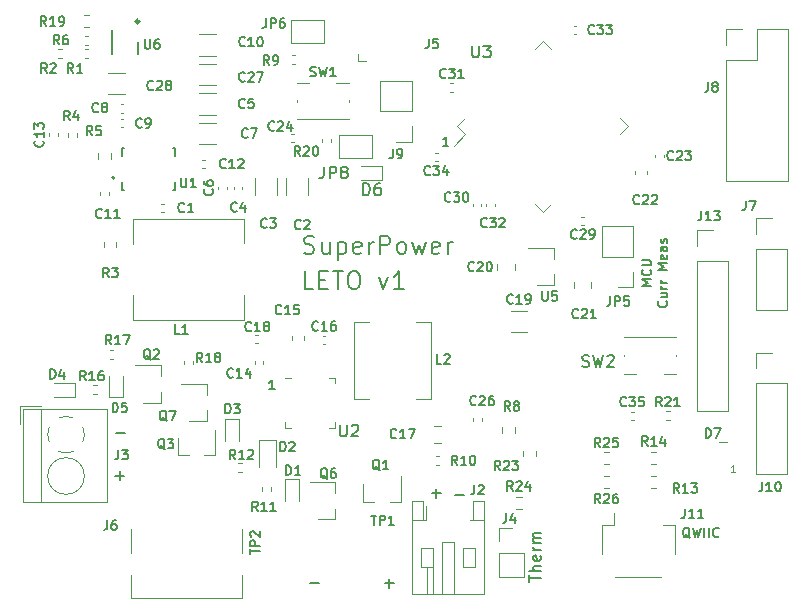
<source format=gto>
G04 #@! TF.GenerationSoftware,KiCad,Pcbnew,(5.1.8)-1*
G04 #@! TF.CreationDate,2021-01-10T19:42:06-08:00*
G04 #@! TF.ProjectId,SuperPower-RPi-KiCAD,53757065-7250-46f7-9765-722d5250692d,rev?*
G04 #@! TF.SameCoordinates,Original*
G04 #@! TF.FileFunction,Legend,Top*
G04 #@! TF.FilePolarity,Positive*
%FSLAX46Y46*%
G04 Gerber Fmt 4.6, Leading zero omitted, Abs format (unit mm)*
G04 Created by KiCad (PCBNEW (5.1.8)-1) date 2021-01-10 19:42:06*
%MOMM*%
%LPD*%
G01*
G04 APERTURE LIST*
%ADD10C,0.150000*%
%ADD11C,0.200000*%
%ADD12C,0.120000*%
%ADD13C,0.250000*%
%ADD14C,0.127000*%
%ADD15C,0.100000*%
G04 APERTURE END LIST*
D10*
X102786904Y-80385714D02*
X101986904Y-80385714D01*
X102558333Y-80119047D01*
X101986904Y-79852380D01*
X102786904Y-79852380D01*
X102710714Y-79014285D02*
X102748809Y-79052380D01*
X102786904Y-79166666D01*
X102786904Y-79242857D01*
X102748809Y-79357142D01*
X102672619Y-79433333D01*
X102596428Y-79471428D01*
X102444047Y-79509523D01*
X102329761Y-79509523D01*
X102177380Y-79471428D01*
X102101190Y-79433333D01*
X102025000Y-79357142D01*
X101986904Y-79242857D01*
X101986904Y-79166666D01*
X102025000Y-79052380D01*
X102063095Y-79014285D01*
X101986904Y-78671428D02*
X102634523Y-78671428D01*
X102710714Y-78633333D01*
X102748809Y-78595238D01*
X102786904Y-78519047D01*
X102786904Y-78366666D01*
X102748809Y-78290476D01*
X102710714Y-78252380D01*
X102634523Y-78214285D01*
X101986904Y-78214285D01*
X104060714Y-81700000D02*
X104098809Y-81738095D01*
X104136904Y-81852380D01*
X104136904Y-81928571D01*
X104098809Y-82042857D01*
X104022619Y-82119047D01*
X103946428Y-82157142D01*
X103794047Y-82195238D01*
X103679761Y-82195238D01*
X103527380Y-82157142D01*
X103451190Y-82119047D01*
X103375000Y-82042857D01*
X103336904Y-81928571D01*
X103336904Y-81852380D01*
X103375000Y-81738095D01*
X103413095Y-81700000D01*
X103603571Y-81014285D02*
X104136904Y-81014285D01*
X103603571Y-81357142D02*
X104022619Y-81357142D01*
X104098809Y-81319047D01*
X104136904Y-81242857D01*
X104136904Y-81128571D01*
X104098809Y-81052380D01*
X104060714Y-81014285D01*
X104136904Y-80633333D02*
X103603571Y-80633333D01*
X103755952Y-80633333D02*
X103679761Y-80595238D01*
X103641666Y-80557142D01*
X103603571Y-80480952D01*
X103603571Y-80404761D01*
X104136904Y-80138095D02*
X103603571Y-80138095D01*
X103755952Y-80138095D02*
X103679761Y-80100000D01*
X103641666Y-80061904D01*
X103603571Y-79985714D01*
X103603571Y-79909523D01*
X104136904Y-79033333D02*
X103336904Y-79033333D01*
X103908333Y-78766666D01*
X103336904Y-78500000D01*
X104136904Y-78500000D01*
X104098809Y-77814285D02*
X104136904Y-77890476D01*
X104136904Y-78042857D01*
X104098809Y-78119047D01*
X104022619Y-78157142D01*
X103717857Y-78157142D01*
X103641666Y-78119047D01*
X103603571Y-78042857D01*
X103603571Y-77890476D01*
X103641666Y-77814285D01*
X103717857Y-77776190D01*
X103794047Y-77776190D01*
X103870238Y-78157142D01*
X104136904Y-77090476D02*
X103717857Y-77090476D01*
X103641666Y-77128571D01*
X103603571Y-77204761D01*
X103603571Y-77357142D01*
X103641666Y-77433333D01*
X104098809Y-77090476D02*
X104136904Y-77166666D01*
X104136904Y-77357142D01*
X104098809Y-77433333D01*
X104022619Y-77471428D01*
X103946428Y-77471428D01*
X103870238Y-77433333D01*
X103832142Y-77357142D01*
X103832142Y-77166666D01*
X103794047Y-77090476D01*
X104098809Y-76747619D02*
X104136904Y-76671428D01*
X104136904Y-76519047D01*
X104098809Y-76442857D01*
X104022619Y-76404761D01*
X103984523Y-76404761D01*
X103908333Y-76442857D01*
X103870238Y-76519047D01*
X103870238Y-76633333D01*
X103832142Y-76709523D01*
X103755952Y-76747619D01*
X103717857Y-76747619D01*
X103641666Y-76709523D01*
X103603571Y-76633333D01*
X103603571Y-76519047D01*
X103641666Y-76442857D01*
X70928571Y-89161904D02*
X70471428Y-89161904D01*
X70700000Y-89161904D02*
X70700000Y-88361904D01*
X70623809Y-88476190D01*
X70547619Y-88552380D01*
X70471428Y-88590476D01*
X85628571Y-68561904D02*
X85171428Y-68561904D01*
X85400000Y-68561904D02*
X85400000Y-67761904D01*
X85323809Y-67876190D01*
X85247619Y-67952380D01*
X85171428Y-67990476D01*
X92452380Y-105442857D02*
X92452380Y-104871428D01*
X93452380Y-105157142D02*
X92452380Y-105157142D01*
X93452380Y-104538095D02*
X92452380Y-104538095D01*
X93452380Y-104109523D02*
X92928571Y-104109523D01*
X92833333Y-104157142D01*
X92785714Y-104252380D01*
X92785714Y-104395238D01*
X92833333Y-104490476D01*
X92880952Y-104538095D01*
X93404761Y-103252380D02*
X93452380Y-103347619D01*
X93452380Y-103538095D01*
X93404761Y-103633333D01*
X93309523Y-103680952D01*
X92928571Y-103680952D01*
X92833333Y-103633333D01*
X92785714Y-103538095D01*
X92785714Y-103347619D01*
X92833333Y-103252380D01*
X92928571Y-103204761D01*
X93023809Y-103204761D01*
X93119047Y-103680952D01*
X93452380Y-102776190D02*
X92785714Y-102776190D01*
X92976190Y-102776190D02*
X92880952Y-102728571D01*
X92833333Y-102680952D01*
X92785714Y-102585714D01*
X92785714Y-102490476D01*
X93452380Y-102157142D02*
X92785714Y-102157142D01*
X92880952Y-102157142D02*
X92833333Y-102109523D01*
X92785714Y-102014285D01*
X92785714Y-101871428D01*
X92833333Y-101776190D01*
X92928571Y-101728571D01*
X93452380Y-101728571D01*
X92928571Y-101728571D02*
X92833333Y-101680952D01*
X92785714Y-101585714D01*
X92785714Y-101442857D01*
X92833333Y-101347619D01*
X92928571Y-101300000D01*
X93452380Y-101300000D01*
X86219047Y-98071428D02*
X86980952Y-98071428D01*
X73919047Y-105571428D02*
X74680952Y-105571428D01*
X84219047Y-97971428D02*
X84980952Y-97971428D01*
X84600000Y-98352380D02*
X84600000Y-97590476D01*
X80219047Y-105571428D02*
X80980952Y-105571428D01*
X80600000Y-105952380D02*
X80600000Y-105190476D01*
X57519047Y-92871428D02*
X58280952Y-92871428D01*
X57419047Y-96471428D02*
X58180952Y-96471428D01*
X57800000Y-96852380D02*
X57800000Y-96090476D01*
X106066666Y-101738095D02*
X105990476Y-101700000D01*
X105914285Y-101623809D01*
X105800000Y-101509523D01*
X105723809Y-101471428D01*
X105647619Y-101471428D01*
X105685714Y-101661904D02*
X105609523Y-101623809D01*
X105533333Y-101547619D01*
X105495238Y-101395238D01*
X105495238Y-101128571D01*
X105533333Y-100976190D01*
X105609523Y-100900000D01*
X105685714Y-100861904D01*
X105838095Y-100861904D01*
X105914285Y-100900000D01*
X105990476Y-100976190D01*
X106028571Y-101128571D01*
X106028571Y-101395238D01*
X105990476Y-101547619D01*
X105914285Y-101623809D01*
X105838095Y-101661904D01*
X105685714Y-101661904D01*
X106295238Y-100861904D02*
X106485714Y-101661904D01*
X106638095Y-101090476D01*
X106790476Y-101661904D01*
X106980952Y-100861904D01*
X107285714Y-101661904D02*
X107285714Y-100861904D01*
X107666666Y-101661904D02*
X107666666Y-100861904D01*
X108504761Y-101585714D02*
X108466666Y-101623809D01*
X108352380Y-101661904D01*
X108276190Y-101661904D01*
X108161904Y-101623809D01*
X108085714Y-101547619D01*
X108047619Y-101471428D01*
X108009523Y-101319047D01*
X108009523Y-101204761D01*
X108047619Y-101052380D01*
X108085714Y-100976190D01*
X108161904Y-100900000D01*
X108276190Y-100861904D01*
X108352380Y-100861904D01*
X108466666Y-100900000D01*
X108504761Y-100938095D01*
D11*
X74201428Y-80678571D02*
X73487142Y-80678571D01*
X73487142Y-79178571D01*
X74701428Y-79892857D02*
X75201428Y-79892857D01*
X75415714Y-80678571D02*
X74701428Y-80678571D01*
X74701428Y-79178571D01*
X75415714Y-79178571D01*
X75844285Y-79178571D02*
X76701428Y-79178571D01*
X76272857Y-80678571D02*
X76272857Y-79178571D01*
X77487142Y-79178571D02*
X77772857Y-79178571D01*
X77915714Y-79250000D01*
X78058571Y-79392857D01*
X78130000Y-79678571D01*
X78130000Y-80178571D01*
X78058571Y-80464285D01*
X77915714Y-80607142D01*
X77772857Y-80678571D01*
X77487142Y-80678571D01*
X77344285Y-80607142D01*
X77201428Y-80464285D01*
X77130000Y-80178571D01*
X77130000Y-79678571D01*
X77201428Y-79392857D01*
X77344285Y-79250000D01*
X77487142Y-79178571D01*
X79772857Y-79678571D02*
X80130000Y-80678571D01*
X80487142Y-79678571D01*
X81844285Y-80678571D02*
X80987142Y-80678571D01*
X81415714Y-80678571D02*
X81415714Y-79178571D01*
X81272857Y-79392857D01*
X81130000Y-79535714D01*
X80987142Y-79607142D01*
X73415714Y-77607142D02*
X73630000Y-77678571D01*
X73987142Y-77678571D01*
X74130000Y-77607142D01*
X74201428Y-77535714D01*
X74272857Y-77392857D01*
X74272857Y-77250000D01*
X74201428Y-77107142D01*
X74130000Y-77035714D01*
X73987142Y-76964285D01*
X73701428Y-76892857D01*
X73558571Y-76821428D01*
X73487142Y-76750000D01*
X73415714Y-76607142D01*
X73415714Y-76464285D01*
X73487142Y-76321428D01*
X73558571Y-76250000D01*
X73701428Y-76178571D01*
X74058571Y-76178571D01*
X74272857Y-76250000D01*
X75558571Y-76678571D02*
X75558571Y-77678571D01*
X74915714Y-76678571D02*
X74915714Y-77464285D01*
X74987142Y-77607142D01*
X75130000Y-77678571D01*
X75344285Y-77678571D01*
X75487142Y-77607142D01*
X75558571Y-77535714D01*
X76272857Y-76678571D02*
X76272857Y-78178571D01*
X76272857Y-76750000D02*
X76415714Y-76678571D01*
X76701428Y-76678571D01*
X76844285Y-76750000D01*
X76915714Y-76821428D01*
X76987142Y-76964285D01*
X76987142Y-77392857D01*
X76915714Y-77535714D01*
X76844285Y-77607142D01*
X76701428Y-77678571D01*
X76415714Y-77678571D01*
X76272857Y-77607142D01*
X78201428Y-77607142D02*
X78058571Y-77678571D01*
X77772857Y-77678571D01*
X77630000Y-77607142D01*
X77558571Y-77464285D01*
X77558571Y-76892857D01*
X77630000Y-76750000D01*
X77772857Y-76678571D01*
X78058571Y-76678571D01*
X78201428Y-76750000D01*
X78272857Y-76892857D01*
X78272857Y-77035714D01*
X77558571Y-77178571D01*
X78915714Y-77678571D02*
X78915714Y-76678571D01*
X78915714Y-76964285D02*
X78987142Y-76821428D01*
X79058571Y-76750000D01*
X79201428Y-76678571D01*
X79344285Y-76678571D01*
X79844285Y-77678571D02*
X79844285Y-76178571D01*
X80415714Y-76178571D01*
X80558571Y-76250000D01*
X80630000Y-76321428D01*
X80701428Y-76464285D01*
X80701428Y-76678571D01*
X80630000Y-76821428D01*
X80558571Y-76892857D01*
X80415714Y-76964285D01*
X79844285Y-76964285D01*
X81558571Y-77678571D02*
X81415714Y-77607142D01*
X81344285Y-77535714D01*
X81272857Y-77392857D01*
X81272857Y-76964285D01*
X81344285Y-76821428D01*
X81415714Y-76750000D01*
X81558571Y-76678571D01*
X81772857Y-76678571D01*
X81915714Y-76750000D01*
X81987142Y-76821428D01*
X82058571Y-76964285D01*
X82058571Y-77392857D01*
X81987142Y-77535714D01*
X81915714Y-77607142D01*
X81772857Y-77678571D01*
X81558571Y-77678571D01*
X82558571Y-76678571D02*
X82844285Y-77678571D01*
X83130000Y-76964285D01*
X83415714Y-77678571D01*
X83701428Y-76678571D01*
X84844285Y-77607142D02*
X84701428Y-77678571D01*
X84415714Y-77678571D01*
X84272857Y-77607142D01*
X84201428Y-77464285D01*
X84201428Y-76892857D01*
X84272857Y-76750000D01*
X84415714Y-76678571D01*
X84701428Y-76678571D01*
X84844285Y-76750000D01*
X84915714Y-76892857D01*
X84915714Y-77035714D01*
X84201428Y-77178571D01*
X85558571Y-77678571D02*
X85558571Y-76678571D01*
X85558571Y-76964285D02*
X85630000Y-76821428D01*
X85701428Y-76750000D01*
X85844285Y-76678571D01*
X85987142Y-76678571D01*
D12*
X103850000Y-87850000D02*
X104900000Y-87850000D01*
X100500000Y-86250000D02*
X100500000Y-86350000D01*
X104900000Y-84750000D02*
X100500000Y-84750000D01*
X100500000Y-87850000D02*
X101550000Y-87850000D01*
X104900000Y-86250000D02*
X104900000Y-86350000D01*
X104046359Y-91780000D02*
X104353641Y-91780000D01*
X104046359Y-91020000D02*
X104353641Y-91020000D01*
X101092164Y-91760000D02*
X101307836Y-91760000D01*
X101092164Y-91040000D02*
X101307836Y-91040000D01*
X72302164Y-67500000D02*
X72517836Y-67500000D01*
X72302164Y-68220000D02*
X72517836Y-68220000D01*
X79130000Y-69590000D02*
X76330000Y-69590000D01*
X76330000Y-69590000D02*
X76330000Y-67590000D01*
X76330000Y-67590000D02*
X79130000Y-67590000D01*
X79130000Y-67590000D02*
X79130000Y-69590000D01*
X80040000Y-71430000D02*
X80040000Y-70230000D01*
X78190000Y-71430000D02*
X80040000Y-71430000D01*
X78190000Y-70230000D02*
X80040000Y-70230000D01*
X75720000Y-68253641D02*
X75720000Y-67946359D01*
X74960000Y-68253641D02*
X74960000Y-67946359D01*
X83740000Y-100240000D02*
X83460000Y-100240000D01*
X83460000Y-100240000D02*
X83460000Y-98640000D01*
X83460000Y-98640000D02*
X82540000Y-98640000D01*
X82540000Y-98640000D02*
X82540000Y-106460000D01*
X82540000Y-106460000D02*
X88660000Y-106460000D01*
X88660000Y-106460000D02*
X88660000Y-98640000D01*
X88660000Y-98640000D02*
X87740000Y-98640000D01*
X87740000Y-98640000D02*
X87740000Y-100240000D01*
X87740000Y-100240000D02*
X87460000Y-100240000D01*
X85100000Y-106460000D02*
X85100000Y-102100000D01*
X85100000Y-102100000D02*
X86100000Y-102100000D01*
X86100000Y-102100000D02*
X86100000Y-106460000D01*
X82540000Y-100240000D02*
X83460000Y-100240000D01*
X88660000Y-100240000D02*
X87740000Y-100240000D01*
X83300000Y-102600000D02*
X83300000Y-104200000D01*
X83300000Y-104200000D02*
X84300000Y-104200000D01*
X84300000Y-104200000D02*
X84300000Y-102600000D01*
X84300000Y-102600000D02*
X83300000Y-102600000D01*
X87900000Y-102600000D02*
X87900000Y-104200000D01*
X87900000Y-104200000D02*
X86900000Y-104200000D01*
X86900000Y-104200000D02*
X86900000Y-102600000D01*
X86900000Y-102600000D02*
X87900000Y-102600000D01*
X84300000Y-104200000D02*
X84300000Y-106460000D01*
X83800000Y-104200000D02*
X83800000Y-106460000D01*
X83740000Y-100240000D02*
X83740000Y-99025000D01*
X75535000Y-88190000D02*
X76010000Y-88190000D01*
X76010000Y-88190000D02*
X76010000Y-88665000D01*
X72265000Y-92410000D02*
X71790000Y-92410000D01*
X71790000Y-92410000D02*
X71790000Y-91935000D01*
X75535000Y-92410000D02*
X76010000Y-92410000D01*
X76010000Y-92410000D02*
X76010000Y-91935000D01*
X72265000Y-88190000D02*
X71790000Y-88190000D01*
X84438748Y-92265000D02*
X84961252Y-92265000D01*
X84438748Y-93735000D02*
X84961252Y-93735000D01*
X76060000Y-100180000D02*
X76060000Y-99250000D01*
X76060000Y-97020000D02*
X76060000Y-97950000D01*
X76060000Y-97020000D02*
X73900000Y-97020000D01*
X76060000Y-100180000D02*
X74600000Y-100180000D01*
X70580000Y-97753641D02*
X70580000Y-97446359D01*
X69820000Y-97753641D02*
X69820000Y-97446359D01*
D10*
X59350000Y-59750000D02*
X59350000Y-60750000D01*
X57150000Y-58750000D02*
X57150000Y-60750000D01*
D13*
X59460000Y-58010000D02*
G75*
G03*
X59460000Y-58010000I-150000J0D01*
G01*
D12*
X55237258Y-58522500D02*
X54762742Y-58522500D01*
X55237258Y-57477500D02*
X54762742Y-57477500D01*
X94560000Y-80350000D02*
X93100000Y-80350000D01*
X94560000Y-77190000D02*
X92400000Y-77190000D01*
X94560000Y-77190000D02*
X94560000Y-78120000D01*
X94560000Y-80350000D02*
X94560000Y-79420000D01*
X106670000Y-75670000D02*
X108000000Y-75670000D01*
X106670000Y-77000000D02*
X106670000Y-75670000D01*
X106670000Y-78270000D02*
X109330000Y-78270000D01*
X109330000Y-78270000D02*
X109330000Y-91030000D01*
X106670000Y-78270000D02*
X106670000Y-91030000D01*
X106670000Y-91030000D02*
X109330000Y-91030000D01*
X97735000Y-80561252D02*
X97735000Y-80038748D01*
X96265000Y-80561252D02*
X96265000Y-80038748D01*
X89765000Y-78538748D02*
X89765000Y-79061252D01*
X91235000Y-78538748D02*
X91235000Y-79061252D01*
X88830000Y-73667836D02*
X88830000Y-73452164D01*
X89550000Y-73667836D02*
X89550000Y-73452164D01*
X87670000Y-73667836D02*
X87670000Y-73452164D01*
X88390000Y-73667836D02*
X88390000Y-73452164D01*
X88460000Y-91592164D02*
X88460000Y-91807836D01*
X87740000Y-91592164D02*
X87740000Y-91807836D01*
X69507836Y-85260000D02*
X69292164Y-85260000D01*
X69507836Y-84540000D02*
X69292164Y-84540000D01*
X69240000Y-87007836D02*
X69240000Y-86792164D01*
X69960000Y-87007836D02*
X69960000Y-86792164D01*
X56860000Y-72492164D02*
X56860000Y-72707836D01*
X56140000Y-72492164D02*
X56140000Y-72707836D01*
X58107836Y-65760000D02*
X57892164Y-65760000D01*
X58107836Y-65040000D02*
X57892164Y-65040000D01*
X67440000Y-72207836D02*
X67440000Y-71992164D01*
X68160000Y-72207836D02*
X68160000Y-71992164D01*
X71800000Y-98600000D02*
X71800000Y-96750000D01*
X73000000Y-98600000D02*
X73000000Y-96750000D01*
X73000000Y-96750000D02*
X71800000Y-96750000D01*
X65160000Y-91880000D02*
X65160000Y-90950000D01*
X65160000Y-88720000D02*
X65160000Y-89650000D01*
X65160000Y-88720000D02*
X63000000Y-88720000D01*
X65160000Y-91880000D02*
X63700000Y-91880000D01*
X62720000Y-94760000D02*
X63650000Y-94760000D01*
X65880000Y-94760000D02*
X64950000Y-94760000D01*
X65880000Y-94760000D02*
X65880000Y-92600000D01*
X62720000Y-94760000D02*
X62720000Y-93300000D01*
X61260000Y-90280000D02*
X61260000Y-89350000D01*
X61260000Y-87120000D02*
X61260000Y-88050000D01*
X61260000Y-87120000D02*
X59100000Y-87120000D01*
X61260000Y-90280000D02*
X59800000Y-90280000D01*
X78420000Y-98660000D02*
X79350000Y-98660000D01*
X81580000Y-98660000D02*
X80650000Y-98660000D01*
X81580000Y-98660000D02*
X81580000Y-96500000D01*
X78420000Y-98660000D02*
X78420000Y-97200000D01*
X72653641Y-60820000D02*
X72346359Y-60820000D01*
X72653641Y-61580000D02*
X72346359Y-61580000D01*
X63980000Y-87053641D02*
X63980000Y-86746359D01*
X63220000Y-87053641D02*
X63220000Y-86746359D01*
X57253641Y-85820000D02*
X56946359Y-85820000D01*
X57253641Y-86580000D02*
X56946359Y-86580000D01*
X55546359Y-89580000D02*
X55853641Y-89580000D01*
X55546359Y-88820000D02*
X55853641Y-88820000D01*
X67846359Y-96180000D02*
X68153641Y-96180000D01*
X67846359Y-95420000D02*
X68153641Y-95420000D01*
X84546359Y-95580000D02*
X84853641Y-95580000D01*
X84546359Y-94820000D02*
X84853641Y-94820000D01*
X55153641Y-59220000D02*
X54846359Y-59220000D01*
X55153641Y-59980000D02*
X54846359Y-59980000D01*
X54180000Y-67753641D02*
X54180000Y-67446359D01*
X53420000Y-67753641D02*
X53420000Y-67446359D01*
X58100000Y-88000000D02*
X58100000Y-89850000D01*
X56900000Y-88000000D02*
X56900000Y-89850000D01*
X56900000Y-89850000D02*
X58100000Y-89850000D01*
X52200000Y-88600000D02*
X54050000Y-88600000D01*
X52200000Y-89800000D02*
X54050000Y-89800000D01*
X54050000Y-89800000D02*
X54050000Y-88600000D01*
X66700000Y-93500000D02*
X66700000Y-91650000D01*
X67900000Y-93500000D02*
X67900000Y-91650000D01*
X67900000Y-91650000D02*
X66700000Y-91650000D01*
X72300000Y-57870000D02*
X75100000Y-57870000D01*
X75100000Y-57870000D02*
X75100000Y-59870000D01*
X75100000Y-59870000D02*
X72300000Y-59870000D01*
X72300000Y-59870000D02*
X72300000Y-57870000D01*
X84492164Y-69860000D02*
X84707836Y-69860000D01*
X84492164Y-69140000D02*
X84707836Y-69140000D01*
X96222164Y-59080000D02*
X96437836Y-59080000D01*
X96222164Y-58360000D02*
X96437836Y-58360000D01*
X85792164Y-63960000D02*
X86007836Y-63960000D01*
X85792164Y-63240000D02*
X86007836Y-63240000D01*
X97107836Y-74540000D02*
X96892164Y-74540000D01*
X97107836Y-75260000D02*
X96892164Y-75260000D01*
X103140000Y-69292164D02*
X103140000Y-69507836D01*
X103860000Y-69292164D02*
X103860000Y-69507836D01*
X75207836Y-84640000D02*
X74992164Y-84640000D01*
X75207836Y-85360000D02*
X74992164Y-85360000D01*
X58107836Y-66240000D02*
X57892164Y-66240000D01*
X58107836Y-66960000D02*
X57892164Y-66960000D01*
X66860000Y-72207836D02*
X66860000Y-71992164D01*
X66140000Y-72207836D02*
X66140000Y-71992164D01*
X61507836Y-73440000D02*
X61292164Y-73440000D01*
X61507836Y-74160000D02*
X61292164Y-74160000D01*
X52903641Y-60370000D02*
X52596359Y-60370000D01*
X52903641Y-61130000D02*
X52596359Y-61130000D01*
X55153641Y-60370000D02*
X54846359Y-60370000D01*
X55153641Y-61130000D02*
X54846359Y-61130000D01*
X58900000Y-74700000D02*
X68300000Y-74700000D01*
X68300000Y-74700000D02*
X68300000Y-76800000D01*
X58900000Y-76850000D02*
X58900000Y-74700000D01*
X58900000Y-83300000D02*
X58900000Y-81150000D01*
X68300000Y-83300000D02*
X58900000Y-83300000D01*
X68300000Y-81200000D02*
X68300000Y-83300000D01*
X109170000Y-58670000D02*
X110500000Y-58670000D01*
X109170000Y-60000000D02*
X109170000Y-58670000D01*
X111770000Y-58670000D02*
X114370000Y-58670000D01*
X111770000Y-61270000D02*
X111770000Y-58670000D01*
X109170000Y-61270000D02*
X111770000Y-61270000D01*
X114370000Y-58670000D02*
X114370000Y-71490000D01*
X109170000Y-61270000D02*
X109170000Y-71490000D01*
X109170000Y-71490000D02*
X114370000Y-71490000D01*
X51840000Y-67492164D02*
X51840000Y-67707836D01*
X52560000Y-67492164D02*
X52560000Y-67707836D01*
X65007836Y-69740000D02*
X64792164Y-69740000D01*
X65007836Y-70460000D02*
X64792164Y-70460000D01*
X109200000Y-93600000D02*
X108500000Y-93600000D01*
D14*
X58150000Y-72250000D02*
X58000000Y-72250000D01*
X58000000Y-72250000D02*
X58000000Y-71600000D01*
X58000000Y-69400000D02*
X58000000Y-68750000D01*
X58000000Y-68750000D02*
X58150000Y-68750000D01*
X62350000Y-72250000D02*
X62500000Y-72250000D01*
X62500000Y-72250000D02*
X62500000Y-71600000D01*
X62500000Y-69400000D02*
X62500000Y-68750000D01*
X62500000Y-68750000D02*
X62350000Y-68750000D01*
D11*
X57350000Y-71250000D02*
G75*
G03*
X57350000Y-71250000I-100000J0D01*
G01*
D12*
X101280000Y-80530000D02*
X99950000Y-80530000D01*
X101280000Y-79200000D02*
X101280000Y-80530000D01*
X101280000Y-77930000D02*
X98620000Y-77930000D01*
X98620000Y-77930000D02*
X98620000Y-75330000D01*
X101280000Y-77930000D02*
X101280000Y-75330000D01*
X101280000Y-75330000D02*
X98620000Y-75330000D01*
X99237258Y-96477500D02*
X98762742Y-96477500D01*
X99237258Y-97522500D02*
X98762742Y-97522500D01*
X99237258Y-94477500D02*
X98762742Y-94477500D01*
X99237258Y-95522500D02*
X98762742Y-95522500D01*
X91362742Y-99322500D02*
X91837258Y-99322500D01*
X91362742Y-98277500D02*
X91837258Y-98277500D01*
X93022500Y-94837258D02*
X93022500Y-94362742D01*
X91977500Y-94837258D02*
X91977500Y-94362742D01*
X99760000Y-105085000D02*
X103640000Y-105085000D01*
X104810000Y-100615000D02*
X103760000Y-100615000D01*
X104810000Y-103115000D02*
X104810000Y-100615000D01*
X99640000Y-100615000D02*
X99640000Y-99625000D01*
X98590000Y-100615000D02*
X99640000Y-100615000D01*
X98590000Y-103115000D02*
X98590000Y-100615000D01*
X111670000Y-86050000D02*
X113000000Y-86050000D01*
X111670000Y-87380000D02*
X111670000Y-86050000D01*
X111670000Y-88650000D02*
X114330000Y-88650000D01*
X114330000Y-88650000D02*
X114330000Y-96330000D01*
X111670000Y-88650000D02*
X111670000Y-96330000D01*
X111670000Y-96330000D02*
X114330000Y-96330000D01*
X49350000Y-90600000D02*
X49350000Y-92100000D01*
X51090000Y-90600000D02*
X49350000Y-90600000D01*
X56710000Y-98660000D02*
X49590000Y-98660000D01*
X56710000Y-90840000D02*
X49590000Y-90840000D01*
X49590000Y-90840000D02*
X49590000Y-98660000D01*
X56710000Y-90840000D02*
X56710000Y-98660000D01*
X51150000Y-90840000D02*
X51150000Y-98660000D01*
X54805000Y-96500000D02*
G75*
G03*
X54805000Y-96500000I-1555000J0D01*
G01*
X51694508Y-93027011D02*
G75*
G02*
X51818000Y-92392000I1555492J27011D01*
G01*
X52642258Y-91567891D02*
G75*
G02*
X53858000Y-91568000I607742J-1432109D01*
G01*
X54682109Y-92392258D02*
G75*
G02*
X54682000Y-93608000I-1432109J-607742D01*
G01*
X53857742Y-94432109D02*
G75*
G02*
X52642000Y-94432000I-607742J1432109D01*
G01*
X51818615Y-93607587D02*
G75*
G02*
X51695000Y-93000000I1431385J607587D01*
G01*
X100154880Y-67571751D02*
X100826631Y-66900000D01*
X100826631Y-66900000D02*
X100154880Y-66228249D01*
X94271751Y-73454880D02*
X93600000Y-74126631D01*
X93600000Y-74126631D02*
X92928249Y-73454880D01*
X92928249Y-60345120D02*
X93600000Y-59673369D01*
X93600000Y-59673369D02*
X94271751Y-60345120D01*
X87045120Y-66228249D02*
X86373369Y-66900000D01*
X86373369Y-66900000D02*
X87045120Y-67571751D01*
X87045120Y-67571751D02*
X86097597Y-68519275D01*
X82530000Y-63030000D02*
X79870000Y-63030000D01*
X82530000Y-65630000D02*
X82530000Y-63030000D01*
X79870000Y-65630000D02*
X79870000Y-63030000D01*
X82530000Y-65630000D02*
X79870000Y-65630000D01*
X82530000Y-66900000D02*
X82530000Y-68230000D01*
X82530000Y-68230000D02*
X81200000Y-68230000D01*
X72800000Y-64800000D02*
X72800000Y-64700000D01*
X77200000Y-63200000D02*
X76150000Y-63200000D01*
X72800000Y-66300000D02*
X77200000Y-66300000D01*
X77200000Y-64800000D02*
X77200000Y-64700000D01*
X73850000Y-63200000D02*
X72800000Y-63200000D01*
X102762742Y-94477500D02*
X103237258Y-94477500D01*
X102762742Y-95522500D02*
X103237258Y-95522500D01*
X102762742Y-96477500D02*
X103237258Y-96477500D01*
X102762742Y-97522500D02*
X103237258Y-97522500D01*
X90177500Y-92837258D02*
X90177500Y-92362742D01*
X91222500Y-92837258D02*
X91222500Y-92362742D01*
X57022500Y-69637258D02*
X57022500Y-69162742D01*
X55977500Y-69637258D02*
X55977500Y-69162742D01*
X57522500Y-76662742D02*
X57522500Y-77137258D01*
X56477500Y-76662742D02*
X56477500Y-77137258D01*
X82914500Y-83425000D02*
X84175000Y-83425000D01*
X84175000Y-83425000D02*
X84175000Y-89975000D01*
X84175000Y-89975000D02*
X82914500Y-89975000D01*
X78885500Y-83425000D02*
X77625000Y-83425000D01*
X77625000Y-83425000D02*
X77625000Y-89975000D01*
X77625000Y-89975000D02*
X78885500Y-89975000D01*
X111670000Y-82410000D02*
X114330000Y-82410000D01*
X111670000Y-77270000D02*
X111670000Y-82410000D01*
X114330000Y-77270000D02*
X114330000Y-82410000D01*
X111670000Y-77270000D02*
X114330000Y-77270000D01*
X111670000Y-76000000D02*
X111670000Y-74670000D01*
X111670000Y-74670000D02*
X113000000Y-74670000D01*
X58740000Y-104900000D02*
X58740000Y-106800000D01*
X58740000Y-101000000D02*
X58740000Y-103000000D01*
X68140000Y-104900000D02*
X68140000Y-106800000D01*
X68140000Y-101000000D02*
X68140000Y-103000000D01*
X58740000Y-106800000D02*
X68140000Y-106800000D01*
X77995000Y-61370000D02*
X77995000Y-60735000D01*
X78630000Y-61370000D02*
X77995000Y-61370000D01*
X89940000Y-105060000D02*
X92060000Y-105060000D01*
X89940000Y-103000000D02*
X89940000Y-105060000D01*
X92060000Y-103000000D02*
X92060000Y-105060000D01*
X89940000Y-103000000D02*
X92060000Y-103000000D01*
X89940000Y-102000000D02*
X89940000Y-100940000D01*
X89940000Y-100940000D02*
X91000000Y-100940000D01*
X71035000Y-95700000D02*
X71035000Y-93415000D01*
X71035000Y-93415000D02*
X69565000Y-93415000D01*
X69565000Y-93415000D02*
X69565000Y-95700000D01*
X58211252Y-64160000D02*
X56788748Y-64160000D01*
X58211252Y-62340000D02*
X56788748Y-62340000D01*
X64538748Y-61590000D02*
X65961252Y-61590000D01*
X64538748Y-63410000D02*
X65961252Y-63410000D01*
X102410000Y-70659420D02*
X102410000Y-70940580D01*
X101390000Y-70659420D02*
X101390000Y-70940580D01*
X90888748Y-84310000D02*
X92311252Y-84310000D01*
X90888748Y-82490000D02*
X92311252Y-82490000D01*
X72390000Y-84940580D02*
X72390000Y-84659420D01*
X73410000Y-84940580D02*
X73410000Y-84659420D01*
X64538748Y-59090000D02*
X65961252Y-59090000D01*
X64538748Y-60910000D02*
X65961252Y-60910000D01*
X64538748Y-66590000D02*
X65961252Y-66590000D01*
X64538748Y-68410000D02*
X65961252Y-68410000D01*
X64538748Y-64090000D02*
X65961252Y-64090000D01*
X64538748Y-65910000D02*
X65961252Y-65910000D01*
X69290000Y-72711252D02*
X69290000Y-71288748D01*
X71110000Y-72711252D02*
X71110000Y-71288748D01*
X71890000Y-72711252D02*
X71890000Y-71288748D01*
X73710000Y-72711252D02*
X73710000Y-71288748D01*
D10*
X96966666Y-87204761D02*
X97109523Y-87252380D01*
X97347619Y-87252380D01*
X97442857Y-87204761D01*
X97490476Y-87157142D01*
X97538095Y-87061904D01*
X97538095Y-86966666D01*
X97490476Y-86871428D01*
X97442857Y-86823809D01*
X97347619Y-86776190D01*
X97157142Y-86728571D01*
X97061904Y-86680952D01*
X97014285Y-86633333D01*
X96966666Y-86538095D01*
X96966666Y-86442857D01*
X97014285Y-86347619D01*
X97061904Y-86300000D01*
X97157142Y-86252380D01*
X97395238Y-86252380D01*
X97538095Y-86300000D01*
X97871428Y-86252380D02*
X98109523Y-87252380D01*
X98300000Y-86538095D01*
X98490476Y-87252380D01*
X98728571Y-86252380D01*
X99061904Y-86347619D02*
X99109523Y-86300000D01*
X99204761Y-86252380D01*
X99442857Y-86252380D01*
X99538095Y-86300000D01*
X99585714Y-86347619D01*
X99633333Y-86442857D01*
X99633333Y-86538095D01*
X99585714Y-86680952D01*
X99014285Y-87252380D01*
X99633333Y-87252380D01*
X103685714Y-90591904D02*
X103419047Y-90210952D01*
X103228571Y-90591904D02*
X103228571Y-89791904D01*
X103533333Y-89791904D01*
X103609523Y-89830000D01*
X103647619Y-89868095D01*
X103685714Y-89944285D01*
X103685714Y-90058571D01*
X103647619Y-90134761D01*
X103609523Y-90172857D01*
X103533333Y-90210952D01*
X103228571Y-90210952D01*
X103990476Y-89868095D02*
X104028571Y-89830000D01*
X104104761Y-89791904D01*
X104295238Y-89791904D01*
X104371428Y-89830000D01*
X104409523Y-89868095D01*
X104447619Y-89944285D01*
X104447619Y-90020476D01*
X104409523Y-90134761D01*
X103952380Y-90591904D01*
X104447619Y-90591904D01*
X105209523Y-90591904D02*
X104752380Y-90591904D01*
X104980952Y-90591904D02*
X104980952Y-89791904D01*
X104904761Y-89906190D01*
X104828571Y-89982380D01*
X104752380Y-90020476D01*
X100685714Y-90525714D02*
X100647619Y-90563809D01*
X100533333Y-90601904D01*
X100457142Y-90601904D01*
X100342857Y-90563809D01*
X100266666Y-90487619D01*
X100228571Y-90411428D01*
X100190476Y-90259047D01*
X100190476Y-90144761D01*
X100228571Y-89992380D01*
X100266666Y-89916190D01*
X100342857Y-89840000D01*
X100457142Y-89801904D01*
X100533333Y-89801904D01*
X100647619Y-89840000D01*
X100685714Y-89878095D01*
X100952380Y-89801904D02*
X101447619Y-89801904D01*
X101180952Y-90106666D01*
X101295238Y-90106666D01*
X101371428Y-90144761D01*
X101409523Y-90182857D01*
X101447619Y-90259047D01*
X101447619Y-90449523D01*
X101409523Y-90525714D01*
X101371428Y-90563809D01*
X101295238Y-90601904D01*
X101066666Y-90601904D01*
X100990476Y-90563809D01*
X100952380Y-90525714D01*
X102171428Y-89801904D02*
X101790476Y-89801904D01*
X101752380Y-90182857D01*
X101790476Y-90144761D01*
X101866666Y-90106666D01*
X102057142Y-90106666D01*
X102133333Y-90144761D01*
X102171428Y-90182857D01*
X102209523Y-90259047D01*
X102209523Y-90449523D01*
X102171428Y-90525714D01*
X102133333Y-90563809D01*
X102057142Y-90601904D01*
X101866666Y-90601904D01*
X101790476Y-90563809D01*
X101752380Y-90525714D01*
X70885714Y-67185714D02*
X70847619Y-67223809D01*
X70733333Y-67261904D01*
X70657142Y-67261904D01*
X70542857Y-67223809D01*
X70466666Y-67147619D01*
X70428571Y-67071428D01*
X70390476Y-66919047D01*
X70390476Y-66804761D01*
X70428571Y-66652380D01*
X70466666Y-66576190D01*
X70542857Y-66500000D01*
X70657142Y-66461904D01*
X70733333Y-66461904D01*
X70847619Y-66500000D01*
X70885714Y-66538095D01*
X71190476Y-66538095D02*
X71228571Y-66500000D01*
X71304761Y-66461904D01*
X71495238Y-66461904D01*
X71571428Y-66500000D01*
X71609523Y-66538095D01*
X71647619Y-66614285D01*
X71647619Y-66690476D01*
X71609523Y-66804761D01*
X71152380Y-67261904D01*
X71647619Y-67261904D01*
X72333333Y-66728571D02*
X72333333Y-67261904D01*
X72142857Y-66423809D02*
X71952380Y-66995238D01*
X72447619Y-66995238D01*
X75086666Y-70302380D02*
X75086666Y-71016666D01*
X75039047Y-71159523D01*
X74943809Y-71254761D01*
X74800952Y-71302380D01*
X74705714Y-71302380D01*
X75562857Y-71302380D02*
X75562857Y-70302380D01*
X75943809Y-70302380D01*
X76039047Y-70350000D01*
X76086666Y-70397619D01*
X76134285Y-70492857D01*
X76134285Y-70635714D01*
X76086666Y-70730952D01*
X76039047Y-70778571D01*
X75943809Y-70826190D01*
X75562857Y-70826190D01*
X76705714Y-70730952D02*
X76610476Y-70683333D01*
X76562857Y-70635714D01*
X76515238Y-70540476D01*
X76515238Y-70492857D01*
X76562857Y-70397619D01*
X76610476Y-70350000D01*
X76705714Y-70302380D01*
X76896190Y-70302380D01*
X76991428Y-70350000D01*
X77039047Y-70397619D01*
X77086666Y-70492857D01*
X77086666Y-70540476D01*
X77039047Y-70635714D01*
X76991428Y-70683333D01*
X76896190Y-70730952D01*
X76705714Y-70730952D01*
X76610476Y-70778571D01*
X76562857Y-70826190D01*
X76515238Y-70921428D01*
X76515238Y-71111904D01*
X76562857Y-71207142D01*
X76610476Y-71254761D01*
X76705714Y-71302380D01*
X76896190Y-71302380D01*
X76991428Y-71254761D01*
X77039047Y-71207142D01*
X77086666Y-71111904D01*
X77086666Y-70921428D01*
X77039047Y-70826190D01*
X76991428Y-70778571D01*
X76896190Y-70730952D01*
X78401904Y-72712380D02*
X78401904Y-71712380D01*
X78640000Y-71712380D01*
X78782857Y-71760000D01*
X78878095Y-71855238D01*
X78925714Y-71950476D01*
X78973333Y-72140952D01*
X78973333Y-72283809D01*
X78925714Y-72474285D01*
X78878095Y-72569523D01*
X78782857Y-72664761D01*
X78640000Y-72712380D01*
X78401904Y-72712380D01*
X79830476Y-71712380D02*
X79640000Y-71712380D01*
X79544761Y-71760000D01*
X79497142Y-71807619D01*
X79401904Y-71950476D01*
X79354285Y-72140952D01*
X79354285Y-72521904D01*
X79401904Y-72617142D01*
X79449523Y-72664761D01*
X79544761Y-72712380D01*
X79735238Y-72712380D01*
X79830476Y-72664761D01*
X79878095Y-72617142D01*
X79925714Y-72521904D01*
X79925714Y-72283809D01*
X79878095Y-72188571D01*
X79830476Y-72140952D01*
X79735238Y-72093333D01*
X79544761Y-72093333D01*
X79449523Y-72140952D01*
X79401904Y-72188571D01*
X79354285Y-72283809D01*
X73085714Y-69361904D02*
X72819047Y-68980952D01*
X72628571Y-69361904D02*
X72628571Y-68561904D01*
X72933333Y-68561904D01*
X73009523Y-68600000D01*
X73047619Y-68638095D01*
X73085714Y-68714285D01*
X73085714Y-68828571D01*
X73047619Y-68904761D01*
X73009523Y-68942857D01*
X72933333Y-68980952D01*
X72628571Y-68980952D01*
X73390476Y-68638095D02*
X73428571Y-68600000D01*
X73504761Y-68561904D01*
X73695238Y-68561904D01*
X73771428Y-68600000D01*
X73809523Y-68638095D01*
X73847619Y-68714285D01*
X73847619Y-68790476D01*
X73809523Y-68904761D01*
X73352380Y-69361904D01*
X73847619Y-69361904D01*
X74342857Y-68561904D02*
X74419047Y-68561904D01*
X74495238Y-68600000D01*
X74533333Y-68638095D01*
X74571428Y-68714285D01*
X74609523Y-68866666D01*
X74609523Y-69057142D01*
X74571428Y-69209523D01*
X74533333Y-69285714D01*
X74495238Y-69323809D01*
X74419047Y-69361904D01*
X74342857Y-69361904D01*
X74266666Y-69323809D01*
X74228571Y-69285714D01*
X74190476Y-69209523D01*
X74152380Y-69057142D01*
X74152380Y-68866666D01*
X74190476Y-68714285D01*
X74228571Y-68638095D01*
X74266666Y-68600000D01*
X74342857Y-68561904D01*
X87833333Y-97261904D02*
X87833333Y-97833333D01*
X87795238Y-97947619D01*
X87719047Y-98023809D01*
X87604761Y-98061904D01*
X87528571Y-98061904D01*
X88176190Y-97338095D02*
X88214285Y-97300000D01*
X88290476Y-97261904D01*
X88480952Y-97261904D01*
X88557142Y-97300000D01*
X88595238Y-97338095D01*
X88633333Y-97414285D01*
X88633333Y-97490476D01*
X88595238Y-97604761D01*
X88138095Y-98061904D01*
X88633333Y-98061904D01*
X76438095Y-92152380D02*
X76438095Y-92961904D01*
X76485714Y-93057142D01*
X76533333Y-93104761D01*
X76628571Y-93152380D01*
X76819047Y-93152380D01*
X76914285Y-93104761D01*
X76961904Y-93057142D01*
X77009523Y-92961904D01*
X77009523Y-92152380D01*
X77438095Y-92247619D02*
X77485714Y-92200000D01*
X77580952Y-92152380D01*
X77819047Y-92152380D01*
X77914285Y-92200000D01*
X77961904Y-92247619D01*
X78009523Y-92342857D01*
X78009523Y-92438095D01*
X77961904Y-92580952D01*
X77390476Y-93152380D01*
X78009523Y-93152380D01*
X81225714Y-93245714D02*
X81187619Y-93283809D01*
X81073333Y-93321904D01*
X80997142Y-93321904D01*
X80882857Y-93283809D01*
X80806666Y-93207619D01*
X80768571Y-93131428D01*
X80730476Y-92979047D01*
X80730476Y-92864761D01*
X80768571Y-92712380D01*
X80806666Y-92636190D01*
X80882857Y-92560000D01*
X80997142Y-92521904D01*
X81073333Y-92521904D01*
X81187619Y-92560000D01*
X81225714Y-92598095D01*
X81987619Y-93321904D02*
X81530476Y-93321904D01*
X81759047Y-93321904D02*
X81759047Y-92521904D01*
X81682857Y-92636190D01*
X81606666Y-92712380D01*
X81530476Y-92750476D01*
X82254285Y-92521904D02*
X82787619Y-92521904D01*
X82444761Y-93321904D01*
X75383809Y-96738095D02*
X75307619Y-96700000D01*
X75231428Y-96623809D01*
X75117142Y-96509523D01*
X75040952Y-96471428D01*
X74964761Y-96471428D01*
X75002857Y-96661904D02*
X74926666Y-96623809D01*
X74850476Y-96547619D01*
X74812380Y-96395238D01*
X74812380Y-96128571D01*
X74850476Y-95976190D01*
X74926666Y-95900000D01*
X75002857Y-95861904D01*
X75155238Y-95861904D01*
X75231428Y-95900000D01*
X75307619Y-95976190D01*
X75345714Y-96128571D01*
X75345714Y-96395238D01*
X75307619Y-96547619D01*
X75231428Y-96623809D01*
X75155238Y-96661904D01*
X75002857Y-96661904D01*
X76031428Y-95861904D02*
X75879047Y-95861904D01*
X75802857Y-95900000D01*
X75764761Y-95938095D01*
X75688571Y-96052380D01*
X75650476Y-96204761D01*
X75650476Y-96509523D01*
X75688571Y-96585714D01*
X75726666Y-96623809D01*
X75802857Y-96661904D01*
X75955238Y-96661904D01*
X76031428Y-96623809D01*
X76069523Y-96585714D01*
X76107619Y-96509523D01*
X76107619Y-96319047D01*
X76069523Y-96242857D01*
X76031428Y-96204761D01*
X75955238Y-96166666D01*
X75802857Y-96166666D01*
X75726666Y-96204761D01*
X75688571Y-96242857D01*
X75650476Y-96319047D01*
X69485714Y-99461904D02*
X69219047Y-99080952D01*
X69028571Y-99461904D02*
X69028571Y-98661904D01*
X69333333Y-98661904D01*
X69409523Y-98700000D01*
X69447619Y-98738095D01*
X69485714Y-98814285D01*
X69485714Y-98928571D01*
X69447619Y-99004761D01*
X69409523Y-99042857D01*
X69333333Y-99080952D01*
X69028571Y-99080952D01*
X70247619Y-99461904D02*
X69790476Y-99461904D01*
X70019047Y-99461904D02*
X70019047Y-98661904D01*
X69942857Y-98776190D01*
X69866666Y-98852380D01*
X69790476Y-98890476D01*
X71009523Y-99461904D02*
X70552380Y-99461904D01*
X70780952Y-99461904D02*
X70780952Y-98661904D01*
X70704761Y-98776190D01*
X70628571Y-98852380D01*
X70552380Y-98890476D01*
X59920476Y-59511904D02*
X59920476Y-60159523D01*
X59958571Y-60235714D01*
X59996666Y-60273809D01*
X60072857Y-60311904D01*
X60225238Y-60311904D01*
X60301428Y-60273809D01*
X60339523Y-60235714D01*
X60377619Y-60159523D01*
X60377619Y-59511904D01*
X61101428Y-59511904D02*
X60949047Y-59511904D01*
X60872857Y-59550000D01*
X60834761Y-59588095D01*
X60758571Y-59702380D01*
X60720476Y-59854761D01*
X60720476Y-60159523D01*
X60758571Y-60235714D01*
X60796666Y-60273809D01*
X60872857Y-60311904D01*
X61025238Y-60311904D01*
X61101428Y-60273809D01*
X61139523Y-60235714D01*
X61177619Y-60159523D01*
X61177619Y-59969047D01*
X61139523Y-59892857D01*
X61101428Y-59854761D01*
X61025238Y-59816666D01*
X60872857Y-59816666D01*
X60796666Y-59854761D01*
X60758571Y-59892857D01*
X60720476Y-59969047D01*
X51585714Y-58361904D02*
X51319047Y-57980952D01*
X51128571Y-58361904D02*
X51128571Y-57561904D01*
X51433333Y-57561904D01*
X51509523Y-57600000D01*
X51547619Y-57638095D01*
X51585714Y-57714285D01*
X51585714Y-57828571D01*
X51547619Y-57904761D01*
X51509523Y-57942857D01*
X51433333Y-57980952D01*
X51128571Y-57980952D01*
X52347619Y-58361904D02*
X51890476Y-58361904D01*
X52119047Y-58361904D02*
X52119047Y-57561904D01*
X52042857Y-57676190D01*
X51966666Y-57752380D01*
X51890476Y-57790476D01*
X52728571Y-58361904D02*
X52880952Y-58361904D01*
X52957142Y-58323809D01*
X52995238Y-58285714D01*
X53071428Y-58171428D01*
X53109523Y-58019047D01*
X53109523Y-57714285D01*
X53071428Y-57638095D01*
X53033333Y-57600000D01*
X52957142Y-57561904D01*
X52804761Y-57561904D01*
X52728571Y-57600000D01*
X52690476Y-57638095D01*
X52652380Y-57714285D01*
X52652380Y-57904761D01*
X52690476Y-57980952D01*
X52728571Y-58019047D01*
X52804761Y-58057142D01*
X52957142Y-58057142D01*
X53033333Y-58019047D01*
X53071428Y-57980952D01*
X53109523Y-57904761D01*
X93560476Y-80871904D02*
X93560476Y-81519523D01*
X93598571Y-81595714D01*
X93636666Y-81633809D01*
X93712857Y-81671904D01*
X93865238Y-81671904D01*
X93941428Y-81633809D01*
X93979523Y-81595714D01*
X94017619Y-81519523D01*
X94017619Y-80871904D01*
X94779523Y-80871904D02*
X94398571Y-80871904D01*
X94360476Y-81252857D01*
X94398571Y-81214761D01*
X94474761Y-81176666D01*
X94665238Y-81176666D01*
X94741428Y-81214761D01*
X94779523Y-81252857D01*
X94817619Y-81329047D01*
X94817619Y-81519523D01*
X94779523Y-81595714D01*
X94741428Y-81633809D01*
X94665238Y-81671904D01*
X94474761Y-81671904D01*
X94398571Y-81633809D01*
X94360476Y-81595714D01*
X107052380Y-74061904D02*
X107052380Y-74633333D01*
X107014285Y-74747619D01*
X106938095Y-74823809D01*
X106823809Y-74861904D01*
X106747619Y-74861904D01*
X107852380Y-74861904D02*
X107395238Y-74861904D01*
X107623809Y-74861904D02*
X107623809Y-74061904D01*
X107547619Y-74176190D01*
X107471428Y-74252380D01*
X107395238Y-74290476D01*
X108119047Y-74061904D02*
X108614285Y-74061904D01*
X108347619Y-74366666D01*
X108461904Y-74366666D01*
X108538095Y-74404761D01*
X108576190Y-74442857D01*
X108614285Y-74519047D01*
X108614285Y-74709523D01*
X108576190Y-74785714D01*
X108538095Y-74823809D01*
X108461904Y-74861904D01*
X108233333Y-74861904D01*
X108157142Y-74823809D01*
X108119047Y-74785714D01*
X96605714Y-83075714D02*
X96567619Y-83113809D01*
X96453333Y-83151904D01*
X96377142Y-83151904D01*
X96262857Y-83113809D01*
X96186666Y-83037619D01*
X96148571Y-82961428D01*
X96110476Y-82809047D01*
X96110476Y-82694761D01*
X96148571Y-82542380D01*
X96186666Y-82466190D01*
X96262857Y-82390000D01*
X96377142Y-82351904D01*
X96453333Y-82351904D01*
X96567619Y-82390000D01*
X96605714Y-82428095D01*
X96910476Y-82428095D02*
X96948571Y-82390000D01*
X97024761Y-82351904D01*
X97215238Y-82351904D01*
X97291428Y-82390000D01*
X97329523Y-82428095D01*
X97367619Y-82504285D01*
X97367619Y-82580476D01*
X97329523Y-82694761D01*
X96872380Y-83151904D01*
X97367619Y-83151904D01*
X98129523Y-83151904D02*
X97672380Y-83151904D01*
X97900952Y-83151904D02*
X97900952Y-82351904D01*
X97824761Y-82466190D01*
X97748571Y-82542380D01*
X97672380Y-82580476D01*
X87785714Y-79085714D02*
X87747619Y-79123809D01*
X87633333Y-79161904D01*
X87557142Y-79161904D01*
X87442857Y-79123809D01*
X87366666Y-79047619D01*
X87328571Y-78971428D01*
X87290476Y-78819047D01*
X87290476Y-78704761D01*
X87328571Y-78552380D01*
X87366666Y-78476190D01*
X87442857Y-78400000D01*
X87557142Y-78361904D01*
X87633333Y-78361904D01*
X87747619Y-78400000D01*
X87785714Y-78438095D01*
X88090476Y-78438095D02*
X88128571Y-78400000D01*
X88204761Y-78361904D01*
X88395238Y-78361904D01*
X88471428Y-78400000D01*
X88509523Y-78438095D01*
X88547619Y-78514285D01*
X88547619Y-78590476D01*
X88509523Y-78704761D01*
X88052380Y-79161904D01*
X88547619Y-79161904D01*
X89042857Y-78361904D02*
X89119047Y-78361904D01*
X89195238Y-78400000D01*
X89233333Y-78438095D01*
X89271428Y-78514285D01*
X89309523Y-78666666D01*
X89309523Y-78857142D01*
X89271428Y-79009523D01*
X89233333Y-79085714D01*
X89195238Y-79123809D01*
X89119047Y-79161904D01*
X89042857Y-79161904D01*
X88966666Y-79123809D01*
X88928571Y-79085714D01*
X88890476Y-79009523D01*
X88852380Y-78857142D01*
X88852380Y-78666666D01*
X88890476Y-78514285D01*
X88928571Y-78438095D01*
X88966666Y-78400000D01*
X89042857Y-78361904D01*
X88855714Y-75375714D02*
X88817619Y-75413809D01*
X88703333Y-75451904D01*
X88627142Y-75451904D01*
X88512857Y-75413809D01*
X88436666Y-75337619D01*
X88398571Y-75261428D01*
X88360476Y-75109047D01*
X88360476Y-74994761D01*
X88398571Y-74842380D01*
X88436666Y-74766190D01*
X88512857Y-74690000D01*
X88627142Y-74651904D01*
X88703333Y-74651904D01*
X88817619Y-74690000D01*
X88855714Y-74728095D01*
X89122380Y-74651904D02*
X89617619Y-74651904D01*
X89350952Y-74956666D01*
X89465238Y-74956666D01*
X89541428Y-74994761D01*
X89579523Y-75032857D01*
X89617619Y-75109047D01*
X89617619Y-75299523D01*
X89579523Y-75375714D01*
X89541428Y-75413809D01*
X89465238Y-75451904D01*
X89236666Y-75451904D01*
X89160476Y-75413809D01*
X89122380Y-75375714D01*
X89922380Y-74728095D02*
X89960476Y-74690000D01*
X90036666Y-74651904D01*
X90227142Y-74651904D01*
X90303333Y-74690000D01*
X90341428Y-74728095D01*
X90379523Y-74804285D01*
X90379523Y-74880476D01*
X90341428Y-74994761D01*
X89884285Y-75451904D01*
X90379523Y-75451904D01*
X85795714Y-73205714D02*
X85757619Y-73243809D01*
X85643333Y-73281904D01*
X85567142Y-73281904D01*
X85452857Y-73243809D01*
X85376666Y-73167619D01*
X85338571Y-73091428D01*
X85300476Y-72939047D01*
X85300476Y-72824761D01*
X85338571Y-72672380D01*
X85376666Y-72596190D01*
X85452857Y-72520000D01*
X85567142Y-72481904D01*
X85643333Y-72481904D01*
X85757619Y-72520000D01*
X85795714Y-72558095D01*
X86062380Y-72481904D02*
X86557619Y-72481904D01*
X86290952Y-72786666D01*
X86405238Y-72786666D01*
X86481428Y-72824761D01*
X86519523Y-72862857D01*
X86557619Y-72939047D01*
X86557619Y-73129523D01*
X86519523Y-73205714D01*
X86481428Y-73243809D01*
X86405238Y-73281904D01*
X86176666Y-73281904D01*
X86100476Y-73243809D01*
X86062380Y-73205714D01*
X87052857Y-72481904D02*
X87129047Y-72481904D01*
X87205238Y-72520000D01*
X87243333Y-72558095D01*
X87281428Y-72634285D01*
X87319523Y-72786666D01*
X87319523Y-72977142D01*
X87281428Y-73129523D01*
X87243333Y-73205714D01*
X87205238Y-73243809D01*
X87129047Y-73281904D01*
X87052857Y-73281904D01*
X86976666Y-73243809D01*
X86938571Y-73205714D01*
X86900476Y-73129523D01*
X86862380Y-72977142D01*
X86862380Y-72786666D01*
X86900476Y-72634285D01*
X86938571Y-72558095D01*
X86976666Y-72520000D01*
X87052857Y-72481904D01*
X87955714Y-90435714D02*
X87917619Y-90473809D01*
X87803333Y-90511904D01*
X87727142Y-90511904D01*
X87612857Y-90473809D01*
X87536666Y-90397619D01*
X87498571Y-90321428D01*
X87460476Y-90169047D01*
X87460476Y-90054761D01*
X87498571Y-89902380D01*
X87536666Y-89826190D01*
X87612857Y-89750000D01*
X87727142Y-89711904D01*
X87803333Y-89711904D01*
X87917619Y-89750000D01*
X87955714Y-89788095D01*
X88260476Y-89788095D02*
X88298571Y-89750000D01*
X88374761Y-89711904D01*
X88565238Y-89711904D01*
X88641428Y-89750000D01*
X88679523Y-89788095D01*
X88717619Y-89864285D01*
X88717619Y-89940476D01*
X88679523Y-90054761D01*
X88222380Y-90511904D01*
X88717619Y-90511904D01*
X89403333Y-89711904D02*
X89250952Y-89711904D01*
X89174761Y-89750000D01*
X89136666Y-89788095D01*
X89060476Y-89902380D01*
X89022380Y-90054761D01*
X89022380Y-90359523D01*
X89060476Y-90435714D01*
X89098571Y-90473809D01*
X89174761Y-90511904D01*
X89327142Y-90511904D01*
X89403333Y-90473809D01*
X89441428Y-90435714D01*
X89479523Y-90359523D01*
X89479523Y-90169047D01*
X89441428Y-90092857D01*
X89403333Y-90054761D01*
X89327142Y-90016666D01*
X89174761Y-90016666D01*
X89098571Y-90054761D01*
X89060476Y-90092857D01*
X89022380Y-90169047D01*
X68915714Y-84165714D02*
X68877619Y-84203809D01*
X68763333Y-84241904D01*
X68687142Y-84241904D01*
X68572857Y-84203809D01*
X68496666Y-84127619D01*
X68458571Y-84051428D01*
X68420476Y-83899047D01*
X68420476Y-83784761D01*
X68458571Y-83632380D01*
X68496666Y-83556190D01*
X68572857Y-83480000D01*
X68687142Y-83441904D01*
X68763333Y-83441904D01*
X68877619Y-83480000D01*
X68915714Y-83518095D01*
X69677619Y-84241904D02*
X69220476Y-84241904D01*
X69449047Y-84241904D02*
X69449047Y-83441904D01*
X69372857Y-83556190D01*
X69296666Y-83632380D01*
X69220476Y-83670476D01*
X70134761Y-83784761D02*
X70058571Y-83746666D01*
X70020476Y-83708571D01*
X69982380Y-83632380D01*
X69982380Y-83594285D01*
X70020476Y-83518095D01*
X70058571Y-83480000D01*
X70134761Y-83441904D01*
X70287142Y-83441904D01*
X70363333Y-83480000D01*
X70401428Y-83518095D01*
X70439523Y-83594285D01*
X70439523Y-83632380D01*
X70401428Y-83708571D01*
X70363333Y-83746666D01*
X70287142Y-83784761D01*
X70134761Y-83784761D01*
X70058571Y-83822857D01*
X70020476Y-83860952D01*
X69982380Y-83937142D01*
X69982380Y-84089523D01*
X70020476Y-84165714D01*
X70058571Y-84203809D01*
X70134761Y-84241904D01*
X70287142Y-84241904D01*
X70363333Y-84203809D01*
X70401428Y-84165714D01*
X70439523Y-84089523D01*
X70439523Y-83937142D01*
X70401428Y-83860952D01*
X70363333Y-83822857D01*
X70287142Y-83784761D01*
X67385714Y-88085714D02*
X67347619Y-88123809D01*
X67233333Y-88161904D01*
X67157142Y-88161904D01*
X67042857Y-88123809D01*
X66966666Y-88047619D01*
X66928571Y-87971428D01*
X66890476Y-87819047D01*
X66890476Y-87704761D01*
X66928571Y-87552380D01*
X66966666Y-87476190D01*
X67042857Y-87400000D01*
X67157142Y-87361904D01*
X67233333Y-87361904D01*
X67347619Y-87400000D01*
X67385714Y-87438095D01*
X68147619Y-88161904D02*
X67690476Y-88161904D01*
X67919047Y-88161904D02*
X67919047Y-87361904D01*
X67842857Y-87476190D01*
X67766666Y-87552380D01*
X67690476Y-87590476D01*
X68833333Y-87628571D02*
X68833333Y-88161904D01*
X68642857Y-87323809D02*
X68452380Y-87895238D01*
X68947619Y-87895238D01*
X56285714Y-74585714D02*
X56247619Y-74623809D01*
X56133333Y-74661904D01*
X56057142Y-74661904D01*
X55942857Y-74623809D01*
X55866666Y-74547619D01*
X55828571Y-74471428D01*
X55790476Y-74319047D01*
X55790476Y-74204761D01*
X55828571Y-74052380D01*
X55866666Y-73976190D01*
X55942857Y-73900000D01*
X56057142Y-73861904D01*
X56133333Y-73861904D01*
X56247619Y-73900000D01*
X56285714Y-73938095D01*
X57047619Y-74661904D02*
X56590476Y-74661904D01*
X56819047Y-74661904D02*
X56819047Y-73861904D01*
X56742857Y-73976190D01*
X56666666Y-74052380D01*
X56590476Y-74090476D01*
X57809523Y-74661904D02*
X57352380Y-74661904D01*
X57580952Y-74661904D02*
X57580952Y-73861904D01*
X57504761Y-73976190D01*
X57428571Y-74052380D01*
X57352380Y-74090476D01*
X55966666Y-65635714D02*
X55928571Y-65673809D01*
X55814285Y-65711904D01*
X55738095Y-65711904D01*
X55623809Y-65673809D01*
X55547619Y-65597619D01*
X55509523Y-65521428D01*
X55471428Y-65369047D01*
X55471428Y-65254761D01*
X55509523Y-65102380D01*
X55547619Y-65026190D01*
X55623809Y-64950000D01*
X55738095Y-64911904D01*
X55814285Y-64911904D01*
X55928571Y-64950000D01*
X55966666Y-64988095D01*
X56423809Y-65254761D02*
X56347619Y-65216666D01*
X56309523Y-65178571D01*
X56271428Y-65102380D01*
X56271428Y-65064285D01*
X56309523Y-64988095D01*
X56347619Y-64950000D01*
X56423809Y-64911904D01*
X56576190Y-64911904D01*
X56652380Y-64950000D01*
X56690476Y-64988095D01*
X56728571Y-65064285D01*
X56728571Y-65102380D01*
X56690476Y-65178571D01*
X56652380Y-65216666D01*
X56576190Y-65254761D01*
X56423809Y-65254761D01*
X56347619Y-65292857D01*
X56309523Y-65330952D01*
X56271428Y-65407142D01*
X56271428Y-65559523D01*
X56309523Y-65635714D01*
X56347619Y-65673809D01*
X56423809Y-65711904D01*
X56576190Y-65711904D01*
X56652380Y-65673809D01*
X56690476Y-65635714D01*
X56728571Y-65559523D01*
X56728571Y-65407142D01*
X56690476Y-65330952D01*
X56652380Y-65292857D01*
X56576190Y-65254761D01*
X67706666Y-74035714D02*
X67668571Y-74073809D01*
X67554285Y-74111904D01*
X67478095Y-74111904D01*
X67363809Y-74073809D01*
X67287619Y-73997619D01*
X67249523Y-73921428D01*
X67211428Y-73769047D01*
X67211428Y-73654761D01*
X67249523Y-73502380D01*
X67287619Y-73426190D01*
X67363809Y-73350000D01*
X67478095Y-73311904D01*
X67554285Y-73311904D01*
X67668571Y-73350000D01*
X67706666Y-73388095D01*
X68392380Y-73578571D02*
X68392380Y-74111904D01*
X68201904Y-73273809D02*
X68011428Y-73845238D01*
X68506666Y-73845238D01*
X71859523Y-96401904D02*
X71859523Y-95601904D01*
X72050000Y-95601904D01*
X72164285Y-95640000D01*
X72240476Y-95716190D01*
X72278571Y-95792380D01*
X72316666Y-95944761D01*
X72316666Y-96059047D01*
X72278571Y-96211428D01*
X72240476Y-96287619D01*
X72164285Y-96363809D01*
X72050000Y-96401904D01*
X71859523Y-96401904D01*
X73078571Y-96401904D02*
X72621428Y-96401904D01*
X72850000Y-96401904D02*
X72850000Y-95601904D01*
X72773809Y-95716190D01*
X72697619Y-95792380D01*
X72621428Y-95830476D01*
X61763809Y-91828095D02*
X61687619Y-91790000D01*
X61611428Y-91713809D01*
X61497142Y-91599523D01*
X61420952Y-91561428D01*
X61344761Y-91561428D01*
X61382857Y-91751904D02*
X61306666Y-91713809D01*
X61230476Y-91637619D01*
X61192380Y-91485238D01*
X61192380Y-91218571D01*
X61230476Y-91066190D01*
X61306666Y-90990000D01*
X61382857Y-90951904D01*
X61535238Y-90951904D01*
X61611428Y-90990000D01*
X61687619Y-91066190D01*
X61725714Y-91218571D01*
X61725714Y-91485238D01*
X61687619Y-91637619D01*
X61611428Y-91713809D01*
X61535238Y-91751904D01*
X61382857Y-91751904D01*
X61992380Y-90951904D02*
X62525714Y-90951904D01*
X62182857Y-91751904D01*
X61623809Y-94238095D02*
X61547619Y-94200000D01*
X61471428Y-94123809D01*
X61357142Y-94009523D01*
X61280952Y-93971428D01*
X61204761Y-93971428D01*
X61242857Y-94161904D02*
X61166666Y-94123809D01*
X61090476Y-94047619D01*
X61052380Y-93895238D01*
X61052380Y-93628571D01*
X61090476Y-93476190D01*
X61166666Y-93400000D01*
X61242857Y-93361904D01*
X61395238Y-93361904D01*
X61471428Y-93400000D01*
X61547619Y-93476190D01*
X61585714Y-93628571D01*
X61585714Y-93895238D01*
X61547619Y-94047619D01*
X61471428Y-94123809D01*
X61395238Y-94161904D01*
X61242857Y-94161904D01*
X61852380Y-93361904D02*
X62347619Y-93361904D01*
X62080952Y-93666666D01*
X62195238Y-93666666D01*
X62271428Y-93704761D01*
X62309523Y-93742857D01*
X62347619Y-93819047D01*
X62347619Y-94009523D01*
X62309523Y-94085714D01*
X62271428Y-94123809D01*
X62195238Y-94161904D01*
X61966666Y-94161904D01*
X61890476Y-94123809D01*
X61852380Y-94085714D01*
X60423809Y-86638095D02*
X60347619Y-86600000D01*
X60271428Y-86523809D01*
X60157142Y-86409523D01*
X60080952Y-86371428D01*
X60004761Y-86371428D01*
X60042857Y-86561904D02*
X59966666Y-86523809D01*
X59890476Y-86447619D01*
X59852380Y-86295238D01*
X59852380Y-86028571D01*
X59890476Y-85876190D01*
X59966666Y-85800000D01*
X60042857Y-85761904D01*
X60195238Y-85761904D01*
X60271428Y-85800000D01*
X60347619Y-85876190D01*
X60385714Y-86028571D01*
X60385714Y-86295238D01*
X60347619Y-86447619D01*
X60271428Y-86523809D01*
X60195238Y-86561904D01*
X60042857Y-86561904D01*
X60690476Y-85838095D02*
X60728571Y-85800000D01*
X60804761Y-85761904D01*
X60995238Y-85761904D01*
X61071428Y-85800000D01*
X61109523Y-85838095D01*
X61147619Y-85914285D01*
X61147619Y-85990476D01*
X61109523Y-86104761D01*
X60652380Y-86561904D01*
X61147619Y-86561904D01*
X79813809Y-96008095D02*
X79737619Y-95970000D01*
X79661428Y-95893809D01*
X79547142Y-95779523D01*
X79470952Y-95741428D01*
X79394761Y-95741428D01*
X79432857Y-95931904D02*
X79356666Y-95893809D01*
X79280476Y-95817619D01*
X79242380Y-95665238D01*
X79242380Y-95398571D01*
X79280476Y-95246190D01*
X79356666Y-95170000D01*
X79432857Y-95131904D01*
X79585238Y-95131904D01*
X79661428Y-95170000D01*
X79737619Y-95246190D01*
X79775714Y-95398571D01*
X79775714Y-95665238D01*
X79737619Y-95817619D01*
X79661428Y-95893809D01*
X79585238Y-95931904D01*
X79432857Y-95931904D01*
X80537619Y-95931904D02*
X80080476Y-95931904D01*
X80309047Y-95931904D02*
X80309047Y-95131904D01*
X80232857Y-95246190D01*
X80156666Y-95322380D01*
X80080476Y-95360476D01*
X70436666Y-61671904D02*
X70170000Y-61290952D01*
X69979523Y-61671904D02*
X69979523Y-60871904D01*
X70284285Y-60871904D01*
X70360476Y-60910000D01*
X70398571Y-60948095D01*
X70436666Y-61024285D01*
X70436666Y-61138571D01*
X70398571Y-61214761D01*
X70360476Y-61252857D01*
X70284285Y-61290952D01*
X69979523Y-61290952D01*
X70817619Y-61671904D02*
X70970000Y-61671904D01*
X71046190Y-61633809D01*
X71084285Y-61595714D01*
X71160476Y-61481428D01*
X71198571Y-61329047D01*
X71198571Y-61024285D01*
X71160476Y-60948095D01*
X71122380Y-60910000D01*
X71046190Y-60871904D01*
X70893809Y-60871904D01*
X70817619Y-60910000D01*
X70779523Y-60948095D01*
X70741428Y-61024285D01*
X70741428Y-61214761D01*
X70779523Y-61290952D01*
X70817619Y-61329047D01*
X70893809Y-61367142D01*
X71046190Y-61367142D01*
X71122380Y-61329047D01*
X71160476Y-61290952D01*
X71198571Y-61214761D01*
X64795714Y-86851904D02*
X64529047Y-86470952D01*
X64338571Y-86851904D02*
X64338571Y-86051904D01*
X64643333Y-86051904D01*
X64719523Y-86090000D01*
X64757619Y-86128095D01*
X64795714Y-86204285D01*
X64795714Y-86318571D01*
X64757619Y-86394761D01*
X64719523Y-86432857D01*
X64643333Y-86470952D01*
X64338571Y-86470952D01*
X65557619Y-86851904D02*
X65100476Y-86851904D01*
X65329047Y-86851904D02*
X65329047Y-86051904D01*
X65252857Y-86166190D01*
X65176666Y-86242380D01*
X65100476Y-86280476D01*
X66014761Y-86394761D02*
X65938571Y-86356666D01*
X65900476Y-86318571D01*
X65862380Y-86242380D01*
X65862380Y-86204285D01*
X65900476Y-86128095D01*
X65938571Y-86090000D01*
X66014761Y-86051904D01*
X66167142Y-86051904D01*
X66243333Y-86090000D01*
X66281428Y-86128095D01*
X66319523Y-86204285D01*
X66319523Y-86242380D01*
X66281428Y-86318571D01*
X66243333Y-86356666D01*
X66167142Y-86394761D01*
X66014761Y-86394761D01*
X65938571Y-86432857D01*
X65900476Y-86470952D01*
X65862380Y-86547142D01*
X65862380Y-86699523D01*
X65900476Y-86775714D01*
X65938571Y-86813809D01*
X66014761Y-86851904D01*
X66167142Y-86851904D01*
X66243333Y-86813809D01*
X66281428Y-86775714D01*
X66319523Y-86699523D01*
X66319523Y-86547142D01*
X66281428Y-86470952D01*
X66243333Y-86432857D01*
X66167142Y-86394761D01*
X57085714Y-85361904D02*
X56819047Y-84980952D01*
X56628571Y-85361904D02*
X56628571Y-84561904D01*
X56933333Y-84561904D01*
X57009523Y-84600000D01*
X57047619Y-84638095D01*
X57085714Y-84714285D01*
X57085714Y-84828571D01*
X57047619Y-84904761D01*
X57009523Y-84942857D01*
X56933333Y-84980952D01*
X56628571Y-84980952D01*
X57847619Y-85361904D02*
X57390476Y-85361904D01*
X57619047Y-85361904D02*
X57619047Y-84561904D01*
X57542857Y-84676190D01*
X57466666Y-84752380D01*
X57390476Y-84790476D01*
X58114285Y-84561904D02*
X58647619Y-84561904D01*
X58304761Y-85361904D01*
X54915714Y-88401904D02*
X54649047Y-88020952D01*
X54458571Y-88401904D02*
X54458571Y-87601904D01*
X54763333Y-87601904D01*
X54839523Y-87640000D01*
X54877619Y-87678095D01*
X54915714Y-87754285D01*
X54915714Y-87868571D01*
X54877619Y-87944761D01*
X54839523Y-87982857D01*
X54763333Y-88020952D01*
X54458571Y-88020952D01*
X55677619Y-88401904D02*
X55220476Y-88401904D01*
X55449047Y-88401904D02*
X55449047Y-87601904D01*
X55372857Y-87716190D01*
X55296666Y-87792380D01*
X55220476Y-87830476D01*
X56363333Y-87601904D02*
X56210952Y-87601904D01*
X56134761Y-87640000D01*
X56096666Y-87678095D01*
X56020476Y-87792380D01*
X55982380Y-87944761D01*
X55982380Y-88249523D01*
X56020476Y-88325714D01*
X56058571Y-88363809D01*
X56134761Y-88401904D01*
X56287142Y-88401904D01*
X56363333Y-88363809D01*
X56401428Y-88325714D01*
X56439523Y-88249523D01*
X56439523Y-88059047D01*
X56401428Y-87982857D01*
X56363333Y-87944761D01*
X56287142Y-87906666D01*
X56134761Y-87906666D01*
X56058571Y-87944761D01*
X56020476Y-87982857D01*
X55982380Y-88059047D01*
X67585714Y-95061904D02*
X67319047Y-94680952D01*
X67128571Y-95061904D02*
X67128571Y-94261904D01*
X67433333Y-94261904D01*
X67509523Y-94300000D01*
X67547619Y-94338095D01*
X67585714Y-94414285D01*
X67585714Y-94528571D01*
X67547619Y-94604761D01*
X67509523Y-94642857D01*
X67433333Y-94680952D01*
X67128571Y-94680952D01*
X68347619Y-95061904D02*
X67890476Y-95061904D01*
X68119047Y-95061904D02*
X68119047Y-94261904D01*
X68042857Y-94376190D01*
X67966666Y-94452380D01*
X67890476Y-94490476D01*
X68652380Y-94338095D02*
X68690476Y-94300000D01*
X68766666Y-94261904D01*
X68957142Y-94261904D01*
X69033333Y-94300000D01*
X69071428Y-94338095D01*
X69109523Y-94414285D01*
X69109523Y-94490476D01*
X69071428Y-94604761D01*
X68614285Y-95061904D01*
X69109523Y-95061904D01*
X86385714Y-95561904D02*
X86119047Y-95180952D01*
X85928571Y-95561904D02*
X85928571Y-94761904D01*
X86233333Y-94761904D01*
X86309523Y-94800000D01*
X86347619Y-94838095D01*
X86385714Y-94914285D01*
X86385714Y-95028571D01*
X86347619Y-95104761D01*
X86309523Y-95142857D01*
X86233333Y-95180952D01*
X85928571Y-95180952D01*
X87147619Y-95561904D02*
X86690476Y-95561904D01*
X86919047Y-95561904D02*
X86919047Y-94761904D01*
X86842857Y-94876190D01*
X86766666Y-94952380D01*
X86690476Y-94990476D01*
X87642857Y-94761904D02*
X87719047Y-94761904D01*
X87795238Y-94800000D01*
X87833333Y-94838095D01*
X87871428Y-94914285D01*
X87909523Y-95066666D01*
X87909523Y-95257142D01*
X87871428Y-95409523D01*
X87833333Y-95485714D01*
X87795238Y-95523809D01*
X87719047Y-95561904D01*
X87642857Y-95561904D01*
X87566666Y-95523809D01*
X87528571Y-95485714D01*
X87490476Y-95409523D01*
X87452380Y-95257142D01*
X87452380Y-95066666D01*
X87490476Y-94914285D01*
X87528571Y-94838095D01*
X87566666Y-94800000D01*
X87642857Y-94761904D01*
X52666666Y-59961904D02*
X52400000Y-59580952D01*
X52209523Y-59961904D02*
X52209523Y-59161904D01*
X52514285Y-59161904D01*
X52590476Y-59200000D01*
X52628571Y-59238095D01*
X52666666Y-59314285D01*
X52666666Y-59428571D01*
X52628571Y-59504761D01*
X52590476Y-59542857D01*
X52514285Y-59580952D01*
X52209523Y-59580952D01*
X53352380Y-59161904D02*
X53200000Y-59161904D01*
X53123809Y-59200000D01*
X53085714Y-59238095D01*
X53009523Y-59352380D01*
X52971428Y-59504761D01*
X52971428Y-59809523D01*
X53009523Y-59885714D01*
X53047619Y-59923809D01*
X53123809Y-59961904D01*
X53276190Y-59961904D01*
X53352380Y-59923809D01*
X53390476Y-59885714D01*
X53428571Y-59809523D01*
X53428571Y-59619047D01*
X53390476Y-59542857D01*
X53352380Y-59504761D01*
X53276190Y-59466666D01*
X53123809Y-59466666D01*
X53047619Y-59504761D01*
X53009523Y-59542857D01*
X52971428Y-59619047D01*
X53566666Y-66361904D02*
X53300000Y-65980952D01*
X53109523Y-66361904D02*
X53109523Y-65561904D01*
X53414285Y-65561904D01*
X53490476Y-65600000D01*
X53528571Y-65638095D01*
X53566666Y-65714285D01*
X53566666Y-65828571D01*
X53528571Y-65904761D01*
X53490476Y-65942857D01*
X53414285Y-65980952D01*
X53109523Y-65980952D01*
X54252380Y-65828571D02*
X54252380Y-66361904D01*
X54061904Y-65523809D02*
X53871428Y-66095238D01*
X54366666Y-66095238D01*
X57189523Y-91081904D02*
X57189523Y-90281904D01*
X57380000Y-90281904D01*
X57494285Y-90320000D01*
X57570476Y-90396190D01*
X57608571Y-90472380D01*
X57646666Y-90624761D01*
X57646666Y-90739047D01*
X57608571Y-90891428D01*
X57570476Y-90967619D01*
X57494285Y-91043809D01*
X57380000Y-91081904D01*
X57189523Y-91081904D01*
X58370476Y-90281904D02*
X57989523Y-90281904D01*
X57951428Y-90662857D01*
X57989523Y-90624761D01*
X58065714Y-90586666D01*
X58256190Y-90586666D01*
X58332380Y-90624761D01*
X58370476Y-90662857D01*
X58408571Y-90739047D01*
X58408571Y-90929523D01*
X58370476Y-91005714D01*
X58332380Y-91043809D01*
X58256190Y-91081904D01*
X58065714Y-91081904D01*
X57989523Y-91043809D01*
X57951428Y-91005714D01*
X51909523Y-88261904D02*
X51909523Y-87461904D01*
X52100000Y-87461904D01*
X52214285Y-87500000D01*
X52290476Y-87576190D01*
X52328571Y-87652380D01*
X52366666Y-87804761D01*
X52366666Y-87919047D01*
X52328571Y-88071428D01*
X52290476Y-88147619D01*
X52214285Y-88223809D01*
X52100000Y-88261904D01*
X51909523Y-88261904D01*
X53052380Y-87728571D02*
X53052380Y-88261904D01*
X52861904Y-87423809D02*
X52671428Y-87995238D01*
X53166666Y-87995238D01*
X66729523Y-91201904D02*
X66729523Y-90401904D01*
X66920000Y-90401904D01*
X67034285Y-90440000D01*
X67110476Y-90516190D01*
X67148571Y-90592380D01*
X67186666Y-90744761D01*
X67186666Y-90859047D01*
X67148571Y-91011428D01*
X67110476Y-91087619D01*
X67034285Y-91163809D01*
X66920000Y-91201904D01*
X66729523Y-91201904D01*
X67453333Y-90401904D02*
X67948571Y-90401904D01*
X67681904Y-90706666D01*
X67796190Y-90706666D01*
X67872380Y-90744761D01*
X67910476Y-90782857D01*
X67948571Y-90859047D01*
X67948571Y-91049523D01*
X67910476Y-91125714D01*
X67872380Y-91163809D01*
X67796190Y-91201904D01*
X67567619Y-91201904D01*
X67491428Y-91163809D01*
X67453333Y-91125714D01*
X70183333Y-57761904D02*
X70183333Y-58333333D01*
X70145238Y-58447619D01*
X70069047Y-58523809D01*
X69954761Y-58561904D01*
X69878571Y-58561904D01*
X70564285Y-58561904D02*
X70564285Y-57761904D01*
X70869047Y-57761904D01*
X70945238Y-57800000D01*
X70983333Y-57838095D01*
X71021428Y-57914285D01*
X71021428Y-58028571D01*
X70983333Y-58104761D01*
X70945238Y-58142857D01*
X70869047Y-58180952D01*
X70564285Y-58180952D01*
X71707142Y-57761904D02*
X71554761Y-57761904D01*
X71478571Y-57800000D01*
X71440476Y-57838095D01*
X71364285Y-57952380D01*
X71326190Y-58104761D01*
X71326190Y-58409523D01*
X71364285Y-58485714D01*
X71402380Y-58523809D01*
X71478571Y-58561904D01*
X71630952Y-58561904D01*
X71707142Y-58523809D01*
X71745238Y-58485714D01*
X71783333Y-58409523D01*
X71783333Y-58219047D01*
X71745238Y-58142857D01*
X71707142Y-58104761D01*
X71630952Y-58066666D01*
X71478571Y-58066666D01*
X71402380Y-58104761D01*
X71364285Y-58142857D01*
X71326190Y-58219047D01*
X84085714Y-70965714D02*
X84047619Y-71003809D01*
X83933333Y-71041904D01*
X83857142Y-71041904D01*
X83742857Y-71003809D01*
X83666666Y-70927619D01*
X83628571Y-70851428D01*
X83590476Y-70699047D01*
X83590476Y-70584761D01*
X83628571Y-70432380D01*
X83666666Y-70356190D01*
X83742857Y-70280000D01*
X83857142Y-70241904D01*
X83933333Y-70241904D01*
X84047619Y-70280000D01*
X84085714Y-70318095D01*
X84352380Y-70241904D02*
X84847619Y-70241904D01*
X84580952Y-70546666D01*
X84695238Y-70546666D01*
X84771428Y-70584761D01*
X84809523Y-70622857D01*
X84847619Y-70699047D01*
X84847619Y-70889523D01*
X84809523Y-70965714D01*
X84771428Y-71003809D01*
X84695238Y-71041904D01*
X84466666Y-71041904D01*
X84390476Y-71003809D01*
X84352380Y-70965714D01*
X85533333Y-70508571D02*
X85533333Y-71041904D01*
X85342857Y-70203809D02*
X85152380Y-70775238D01*
X85647619Y-70775238D01*
X97975714Y-59015714D02*
X97937619Y-59053809D01*
X97823333Y-59091904D01*
X97747142Y-59091904D01*
X97632857Y-59053809D01*
X97556666Y-58977619D01*
X97518571Y-58901428D01*
X97480476Y-58749047D01*
X97480476Y-58634761D01*
X97518571Y-58482380D01*
X97556666Y-58406190D01*
X97632857Y-58330000D01*
X97747142Y-58291904D01*
X97823333Y-58291904D01*
X97937619Y-58330000D01*
X97975714Y-58368095D01*
X98242380Y-58291904D02*
X98737619Y-58291904D01*
X98470952Y-58596666D01*
X98585238Y-58596666D01*
X98661428Y-58634761D01*
X98699523Y-58672857D01*
X98737619Y-58749047D01*
X98737619Y-58939523D01*
X98699523Y-59015714D01*
X98661428Y-59053809D01*
X98585238Y-59091904D01*
X98356666Y-59091904D01*
X98280476Y-59053809D01*
X98242380Y-59015714D01*
X99004285Y-58291904D02*
X99499523Y-58291904D01*
X99232857Y-58596666D01*
X99347142Y-58596666D01*
X99423333Y-58634761D01*
X99461428Y-58672857D01*
X99499523Y-58749047D01*
X99499523Y-58939523D01*
X99461428Y-59015714D01*
X99423333Y-59053809D01*
X99347142Y-59091904D01*
X99118571Y-59091904D01*
X99042380Y-59053809D01*
X99004285Y-59015714D01*
X85385714Y-62725714D02*
X85347619Y-62763809D01*
X85233333Y-62801904D01*
X85157142Y-62801904D01*
X85042857Y-62763809D01*
X84966666Y-62687619D01*
X84928571Y-62611428D01*
X84890476Y-62459047D01*
X84890476Y-62344761D01*
X84928571Y-62192380D01*
X84966666Y-62116190D01*
X85042857Y-62040000D01*
X85157142Y-62001904D01*
X85233333Y-62001904D01*
X85347619Y-62040000D01*
X85385714Y-62078095D01*
X85652380Y-62001904D02*
X86147619Y-62001904D01*
X85880952Y-62306666D01*
X85995238Y-62306666D01*
X86071428Y-62344761D01*
X86109523Y-62382857D01*
X86147619Y-62459047D01*
X86147619Y-62649523D01*
X86109523Y-62725714D01*
X86071428Y-62763809D01*
X85995238Y-62801904D01*
X85766666Y-62801904D01*
X85690476Y-62763809D01*
X85652380Y-62725714D01*
X86909523Y-62801904D02*
X86452380Y-62801904D01*
X86680952Y-62801904D02*
X86680952Y-62001904D01*
X86604761Y-62116190D01*
X86528571Y-62192380D01*
X86452380Y-62230476D01*
X96485714Y-76345714D02*
X96447619Y-76383809D01*
X96333333Y-76421904D01*
X96257142Y-76421904D01*
X96142857Y-76383809D01*
X96066666Y-76307619D01*
X96028571Y-76231428D01*
X95990476Y-76079047D01*
X95990476Y-75964761D01*
X96028571Y-75812380D01*
X96066666Y-75736190D01*
X96142857Y-75660000D01*
X96257142Y-75621904D01*
X96333333Y-75621904D01*
X96447619Y-75660000D01*
X96485714Y-75698095D01*
X96790476Y-75698095D02*
X96828571Y-75660000D01*
X96904761Y-75621904D01*
X97095238Y-75621904D01*
X97171428Y-75660000D01*
X97209523Y-75698095D01*
X97247619Y-75774285D01*
X97247619Y-75850476D01*
X97209523Y-75964761D01*
X96752380Y-76421904D01*
X97247619Y-76421904D01*
X97628571Y-76421904D02*
X97780952Y-76421904D01*
X97857142Y-76383809D01*
X97895238Y-76345714D01*
X97971428Y-76231428D01*
X98009523Y-76079047D01*
X98009523Y-75774285D01*
X97971428Y-75698095D01*
X97933333Y-75660000D01*
X97857142Y-75621904D01*
X97704761Y-75621904D01*
X97628571Y-75660000D01*
X97590476Y-75698095D01*
X97552380Y-75774285D01*
X97552380Y-75964761D01*
X97590476Y-76040952D01*
X97628571Y-76079047D01*
X97704761Y-76117142D01*
X97857142Y-76117142D01*
X97933333Y-76079047D01*
X97971428Y-76040952D01*
X98009523Y-75964761D01*
X104655714Y-69675714D02*
X104617619Y-69713809D01*
X104503333Y-69751904D01*
X104427142Y-69751904D01*
X104312857Y-69713809D01*
X104236666Y-69637619D01*
X104198571Y-69561428D01*
X104160476Y-69409047D01*
X104160476Y-69294761D01*
X104198571Y-69142380D01*
X104236666Y-69066190D01*
X104312857Y-68990000D01*
X104427142Y-68951904D01*
X104503333Y-68951904D01*
X104617619Y-68990000D01*
X104655714Y-69028095D01*
X104960476Y-69028095D02*
X104998571Y-68990000D01*
X105074761Y-68951904D01*
X105265238Y-68951904D01*
X105341428Y-68990000D01*
X105379523Y-69028095D01*
X105417619Y-69104285D01*
X105417619Y-69180476D01*
X105379523Y-69294761D01*
X104922380Y-69751904D01*
X105417619Y-69751904D01*
X105684285Y-68951904D02*
X106179523Y-68951904D01*
X105912857Y-69256666D01*
X106027142Y-69256666D01*
X106103333Y-69294761D01*
X106141428Y-69332857D01*
X106179523Y-69409047D01*
X106179523Y-69599523D01*
X106141428Y-69675714D01*
X106103333Y-69713809D01*
X106027142Y-69751904D01*
X105798571Y-69751904D01*
X105722380Y-69713809D01*
X105684285Y-69675714D01*
X74585714Y-84135714D02*
X74547619Y-84173809D01*
X74433333Y-84211904D01*
X74357142Y-84211904D01*
X74242857Y-84173809D01*
X74166666Y-84097619D01*
X74128571Y-84021428D01*
X74090476Y-83869047D01*
X74090476Y-83754761D01*
X74128571Y-83602380D01*
X74166666Y-83526190D01*
X74242857Y-83450000D01*
X74357142Y-83411904D01*
X74433333Y-83411904D01*
X74547619Y-83450000D01*
X74585714Y-83488095D01*
X75347619Y-84211904D02*
X74890476Y-84211904D01*
X75119047Y-84211904D02*
X75119047Y-83411904D01*
X75042857Y-83526190D01*
X74966666Y-83602380D01*
X74890476Y-83640476D01*
X76033333Y-83411904D02*
X75880952Y-83411904D01*
X75804761Y-83450000D01*
X75766666Y-83488095D01*
X75690476Y-83602380D01*
X75652380Y-83754761D01*
X75652380Y-84059523D01*
X75690476Y-84135714D01*
X75728571Y-84173809D01*
X75804761Y-84211904D01*
X75957142Y-84211904D01*
X76033333Y-84173809D01*
X76071428Y-84135714D01*
X76109523Y-84059523D01*
X76109523Y-83869047D01*
X76071428Y-83792857D01*
X76033333Y-83754761D01*
X75957142Y-83716666D01*
X75804761Y-83716666D01*
X75728571Y-83754761D01*
X75690476Y-83792857D01*
X75652380Y-83869047D01*
X59666666Y-66935714D02*
X59628571Y-66973809D01*
X59514285Y-67011904D01*
X59438095Y-67011904D01*
X59323809Y-66973809D01*
X59247619Y-66897619D01*
X59209523Y-66821428D01*
X59171428Y-66669047D01*
X59171428Y-66554761D01*
X59209523Y-66402380D01*
X59247619Y-66326190D01*
X59323809Y-66250000D01*
X59438095Y-66211904D01*
X59514285Y-66211904D01*
X59628571Y-66250000D01*
X59666666Y-66288095D01*
X60047619Y-67011904D02*
X60200000Y-67011904D01*
X60276190Y-66973809D01*
X60314285Y-66935714D01*
X60390476Y-66821428D01*
X60428571Y-66669047D01*
X60428571Y-66364285D01*
X60390476Y-66288095D01*
X60352380Y-66250000D01*
X60276190Y-66211904D01*
X60123809Y-66211904D01*
X60047619Y-66250000D01*
X60009523Y-66288095D01*
X59971428Y-66364285D01*
X59971428Y-66554761D01*
X60009523Y-66630952D01*
X60047619Y-66669047D01*
X60123809Y-66707142D01*
X60276190Y-66707142D01*
X60352380Y-66669047D01*
X60390476Y-66630952D01*
X60428571Y-66554761D01*
X65625714Y-72233333D02*
X65663809Y-72271428D01*
X65701904Y-72385714D01*
X65701904Y-72461904D01*
X65663809Y-72576190D01*
X65587619Y-72652380D01*
X65511428Y-72690476D01*
X65359047Y-72728571D01*
X65244761Y-72728571D01*
X65092380Y-72690476D01*
X65016190Y-72652380D01*
X64940000Y-72576190D01*
X64901904Y-72461904D01*
X64901904Y-72385714D01*
X64940000Y-72271428D01*
X64978095Y-72233333D01*
X64901904Y-71547619D02*
X64901904Y-71700000D01*
X64940000Y-71776190D01*
X64978095Y-71814285D01*
X65092380Y-71890476D01*
X65244761Y-71928571D01*
X65549523Y-71928571D01*
X65625714Y-71890476D01*
X65663809Y-71852380D01*
X65701904Y-71776190D01*
X65701904Y-71623809D01*
X65663809Y-71547619D01*
X65625714Y-71509523D01*
X65549523Y-71471428D01*
X65359047Y-71471428D01*
X65282857Y-71509523D01*
X65244761Y-71547619D01*
X65206666Y-71623809D01*
X65206666Y-71776190D01*
X65244761Y-71852380D01*
X65282857Y-71890476D01*
X65359047Y-71928571D01*
X63266666Y-74085714D02*
X63228571Y-74123809D01*
X63114285Y-74161904D01*
X63038095Y-74161904D01*
X62923809Y-74123809D01*
X62847619Y-74047619D01*
X62809523Y-73971428D01*
X62771428Y-73819047D01*
X62771428Y-73704761D01*
X62809523Y-73552380D01*
X62847619Y-73476190D01*
X62923809Y-73400000D01*
X63038095Y-73361904D01*
X63114285Y-73361904D01*
X63228571Y-73400000D01*
X63266666Y-73438095D01*
X64028571Y-74161904D02*
X63571428Y-74161904D01*
X63800000Y-74161904D02*
X63800000Y-73361904D01*
X63723809Y-73476190D01*
X63647619Y-73552380D01*
X63571428Y-73590476D01*
X51616666Y-62361904D02*
X51350000Y-61980952D01*
X51159523Y-62361904D02*
X51159523Y-61561904D01*
X51464285Y-61561904D01*
X51540476Y-61600000D01*
X51578571Y-61638095D01*
X51616666Y-61714285D01*
X51616666Y-61828571D01*
X51578571Y-61904761D01*
X51540476Y-61942857D01*
X51464285Y-61980952D01*
X51159523Y-61980952D01*
X51921428Y-61638095D02*
X51959523Y-61600000D01*
X52035714Y-61561904D01*
X52226190Y-61561904D01*
X52302380Y-61600000D01*
X52340476Y-61638095D01*
X52378571Y-61714285D01*
X52378571Y-61790476D01*
X52340476Y-61904761D01*
X51883333Y-62361904D01*
X52378571Y-62361904D01*
X53866666Y-62361904D02*
X53600000Y-61980952D01*
X53409523Y-62361904D02*
X53409523Y-61561904D01*
X53714285Y-61561904D01*
X53790476Y-61600000D01*
X53828571Y-61638095D01*
X53866666Y-61714285D01*
X53866666Y-61828571D01*
X53828571Y-61904761D01*
X53790476Y-61942857D01*
X53714285Y-61980952D01*
X53409523Y-61980952D01*
X54628571Y-62361904D02*
X54171428Y-62361904D01*
X54400000Y-62361904D02*
X54400000Y-61561904D01*
X54323809Y-61676190D01*
X54247619Y-61752380D01*
X54171428Y-61790476D01*
X62866666Y-84461904D02*
X62485714Y-84461904D01*
X62485714Y-83661904D01*
X63552380Y-84461904D02*
X63095238Y-84461904D01*
X63323809Y-84461904D02*
X63323809Y-83661904D01*
X63247619Y-83776190D01*
X63171428Y-83852380D01*
X63095238Y-83890476D01*
X107633333Y-63161904D02*
X107633333Y-63733333D01*
X107595238Y-63847619D01*
X107519047Y-63923809D01*
X107404761Y-63961904D01*
X107328571Y-63961904D01*
X108128571Y-63504761D02*
X108052380Y-63466666D01*
X108014285Y-63428571D01*
X107976190Y-63352380D01*
X107976190Y-63314285D01*
X108014285Y-63238095D01*
X108052380Y-63200000D01*
X108128571Y-63161904D01*
X108280952Y-63161904D01*
X108357142Y-63200000D01*
X108395238Y-63238095D01*
X108433333Y-63314285D01*
X108433333Y-63352380D01*
X108395238Y-63428571D01*
X108357142Y-63466666D01*
X108280952Y-63504761D01*
X108128571Y-63504761D01*
X108052380Y-63542857D01*
X108014285Y-63580952D01*
X107976190Y-63657142D01*
X107976190Y-63809523D01*
X108014285Y-63885714D01*
X108052380Y-63923809D01*
X108128571Y-63961904D01*
X108280952Y-63961904D01*
X108357142Y-63923809D01*
X108395238Y-63885714D01*
X108433333Y-63809523D01*
X108433333Y-63657142D01*
X108395238Y-63580952D01*
X108357142Y-63542857D01*
X108280952Y-63504761D01*
X51285714Y-68114285D02*
X51323809Y-68152380D01*
X51361904Y-68266666D01*
X51361904Y-68342857D01*
X51323809Y-68457142D01*
X51247619Y-68533333D01*
X51171428Y-68571428D01*
X51019047Y-68609523D01*
X50904761Y-68609523D01*
X50752380Y-68571428D01*
X50676190Y-68533333D01*
X50600000Y-68457142D01*
X50561904Y-68342857D01*
X50561904Y-68266666D01*
X50600000Y-68152380D01*
X50638095Y-68114285D01*
X51361904Y-67352380D02*
X51361904Y-67809523D01*
X51361904Y-67580952D02*
X50561904Y-67580952D01*
X50676190Y-67657142D01*
X50752380Y-67733333D01*
X50790476Y-67809523D01*
X50561904Y-67085714D02*
X50561904Y-66590476D01*
X50866666Y-66857142D01*
X50866666Y-66742857D01*
X50904761Y-66666666D01*
X50942857Y-66628571D01*
X51019047Y-66590476D01*
X51209523Y-66590476D01*
X51285714Y-66628571D01*
X51323809Y-66666666D01*
X51361904Y-66742857D01*
X51361904Y-66971428D01*
X51323809Y-67047619D01*
X51285714Y-67085714D01*
X66785714Y-70385714D02*
X66747619Y-70423809D01*
X66633333Y-70461904D01*
X66557142Y-70461904D01*
X66442857Y-70423809D01*
X66366666Y-70347619D01*
X66328571Y-70271428D01*
X66290476Y-70119047D01*
X66290476Y-70004761D01*
X66328571Y-69852380D01*
X66366666Y-69776190D01*
X66442857Y-69700000D01*
X66557142Y-69661904D01*
X66633333Y-69661904D01*
X66747619Y-69700000D01*
X66785714Y-69738095D01*
X67547619Y-70461904D02*
X67090476Y-70461904D01*
X67319047Y-70461904D02*
X67319047Y-69661904D01*
X67242857Y-69776190D01*
X67166666Y-69852380D01*
X67090476Y-69890476D01*
X67852380Y-69738095D02*
X67890476Y-69700000D01*
X67966666Y-69661904D01*
X68157142Y-69661904D01*
X68233333Y-69700000D01*
X68271428Y-69738095D01*
X68309523Y-69814285D01*
X68309523Y-69890476D01*
X68271428Y-70004761D01*
X67814285Y-70461904D01*
X68309523Y-70461904D01*
X107409523Y-93251904D02*
X107409523Y-92451904D01*
X107600000Y-92451904D01*
X107714285Y-92490000D01*
X107790476Y-92566190D01*
X107828571Y-92642380D01*
X107866666Y-92794761D01*
X107866666Y-92909047D01*
X107828571Y-93061428D01*
X107790476Y-93137619D01*
X107714285Y-93213809D01*
X107600000Y-93251904D01*
X107409523Y-93251904D01*
X108133333Y-92451904D02*
X108666666Y-92451904D01*
X108323809Y-93251904D01*
D15*
X109871428Y-96171428D02*
X109528571Y-96171428D01*
X109700000Y-96171428D02*
X109700000Y-95571428D01*
X109642857Y-95657142D01*
X109585714Y-95714285D01*
X109528571Y-95742857D01*
D10*
X62990476Y-71261904D02*
X62990476Y-71909523D01*
X63028571Y-71985714D01*
X63066666Y-72023809D01*
X63142857Y-72061904D01*
X63295238Y-72061904D01*
X63371428Y-72023809D01*
X63409523Y-71985714D01*
X63447619Y-71909523D01*
X63447619Y-71261904D01*
X64247619Y-72061904D02*
X63790476Y-72061904D01*
X64019047Y-72061904D02*
X64019047Y-71261904D01*
X63942857Y-71376190D01*
X63866666Y-71452380D01*
X63790476Y-71490476D01*
X99343333Y-81261904D02*
X99343333Y-81833333D01*
X99305238Y-81947619D01*
X99229047Y-82023809D01*
X99114761Y-82061904D01*
X99038571Y-82061904D01*
X99724285Y-82061904D02*
X99724285Y-81261904D01*
X100029047Y-81261904D01*
X100105238Y-81300000D01*
X100143333Y-81338095D01*
X100181428Y-81414285D01*
X100181428Y-81528571D01*
X100143333Y-81604761D01*
X100105238Y-81642857D01*
X100029047Y-81680952D01*
X99724285Y-81680952D01*
X100905238Y-81261904D02*
X100524285Y-81261904D01*
X100486190Y-81642857D01*
X100524285Y-81604761D01*
X100600476Y-81566666D01*
X100790952Y-81566666D01*
X100867142Y-81604761D01*
X100905238Y-81642857D01*
X100943333Y-81719047D01*
X100943333Y-81909523D01*
X100905238Y-81985714D01*
X100867142Y-82023809D01*
X100790952Y-82061904D01*
X100600476Y-82061904D01*
X100524285Y-82023809D01*
X100486190Y-81985714D01*
X98485714Y-98791904D02*
X98219047Y-98410952D01*
X98028571Y-98791904D02*
X98028571Y-97991904D01*
X98333333Y-97991904D01*
X98409523Y-98030000D01*
X98447619Y-98068095D01*
X98485714Y-98144285D01*
X98485714Y-98258571D01*
X98447619Y-98334761D01*
X98409523Y-98372857D01*
X98333333Y-98410952D01*
X98028571Y-98410952D01*
X98790476Y-98068095D02*
X98828571Y-98030000D01*
X98904761Y-97991904D01*
X99095238Y-97991904D01*
X99171428Y-98030000D01*
X99209523Y-98068095D01*
X99247619Y-98144285D01*
X99247619Y-98220476D01*
X99209523Y-98334761D01*
X98752380Y-98791904D01*
X99247619Y-98791904D01*
X99933333Y-97991904D02*
X99780952Y-97991904D01*
X99704761Y-98030000D01*
X99666666Y-98068095D01*
X99590476Y-98182380D01*
X99552380Y-98334761D01*
X99552380Y-98639523D01*
X99590476Y-98715714D01*
X99628571Y-98753809D01*
X99704761Y-98791904D01*
X99857142Y-98791904D01*
X99933333Y-98753809D01*
X99971428Y-98715714D01*
X100009523Y-98639523D01*
X100009523Y-98449047D01*
X99971428Y-98372857D01*
X99933333Y-98334761D01*
X99857142Y-98296666D01*
X99704761Y-98296666D01*
X99628571Y-98334761D01*
X99590476Y-98372857D01*
X99552380Y-98449047D01*
X98485714Y-94061904D02*
X98219047Y-93680952D01*
X98028571Y-94061904D02*
X98028571Y-93261904D01*
X98333333Y-93261904D01*
X98409523Y-93300000D01*
X98447619Y-93338095D01*
X98485714Y-93414285D01*
X98485714Y-93528571D01*
X98447619Y-93604761D01*
X98409523Y-93642857D01*
X98333333Y-93680952D01*
X98028571Y-93680952D01*
X98790476Y-93338095D02*
X98828571Y-93300000D01*
X98904761Y-93261904D01*
X99095238Y-93261904D01*
X99171428Y-93300000D01*
X99209523Y-93338095D01*
X99247619Y-93414285D01*
X99247619Y-93490476D01*
X99209523Y-93604761D01*
X98752380Y-94061904D01*
X99247619Y-94061904D01*
X99971428Y-93261904D02*
X99590476Y-93261904D01*
X99552380Y-93642857D01*
X99590476Y-93604761D01*
X99666666Y-93566666D01*
X99857142Y-93566666D01*
X99933333Y-93604761D01*
X99971428Y-93642857D01*
X100009523Y-93719047D01*
X100009523Y-93909523D01*
X99971428Y-93985714D01*
X99933333Y-94023809D01*
X99857142Y-94061904D01*
X99666666Y-94061904D01*
X99590476Y-94023809D01*
X99552380Y-93985714D01*
X91085714Y-97731904D02*
X90819047Y-97350952D01*
X90628571Y-97731904D02*
X90628571Y-96931904D01*
X90933333Y-96931904D01*
X91009523Y-96970000D01*
X91047619Y-97008095D01*
X91085714Y-97084285D01*
X91085714Y-97198571D01*
X91047619Y-97274761D01*
X91009523Y-97312857D01*
X90933333Y-97350952D01*
X90628571Y-97350952D01*
X91390476Y-97008095D02*
X91428571Y-96970000D01*
X91504761Y-96931904D01*
X91695238Y-96931904D01*
X91771428Y-96970000D01*
X91809523Y-97008095D01*
X91847619Y-97084285D01*
X91847619Y-97160476D01*
X91809523Y-97274761D01*
X91352380Y-97731904D01*
X91847619Y-97731904D01*
X92533333Y-97198571D02*
X92533333Y-97731904D01*
X92342857Y-96893809D02*
X92152380Y-97465238D01*
X92647619Y-97465238D01*
X90005714Y-96011904D02*
X89739047Y-95630952D01*
X89548571Y-96011904D02*
X89548571Y-95211904D01*
X89853333Y-95211904D01*
X89929523Y-95250000D01*
X89967619Y-95288095D01*
X90005714Y-95364285D01*
X90005714Y-95478571D01*
X89967619Y-95554761D01*
X89929523Y-95592857D01*
X89853333Y-95630952D01*
X89548571Y-95630952D01*
X90310476Y-95288095D02*
X90348571Y-95250000D01*
X90424761Y-95211904D01*
X90615238Y-95211904D01*
X90691428Y-95250000D01*
X90729523Y-95288095D01*
X90767619Y-95364285D01*
X90767619Y-95440476D01*
X90729523Y-95554761D01*
X90272380Y-96011904D01*
X90767619Y-96011904D01*
X91034285Y-95211904D02*
X91529523Y-95211904D01*
X91262857Y-95516666D01*
X91377142Y-95516666D01*
X91453333Y-95554761D01*
X91491428Y-95592857D01*
X91529523Y-95669047D01*
X91529523Y-95859523D01*
X91491428Y-95935714D01*
X91453333Y-95973809D01*
X91377142Y-96011904D01*
X91148571Y-96011904D01*
X91072380Y-95973809D01*
X91034285Y-95935714D01*
X105652380Y-99261904D02*
X105652380Y-99833333D01*
X105614285Y-99947619D01*
X105538095Y-100023809D01*
X105423809Y-100061904D01*
X105347619Y-100061904D01*
X106452380Y-100061904D02*
X105995238Y-100061904D01*
X106223809Y-100061904D02*
X106223809Y-99261904D01*
X106147619Y-99376190D01*
X106071428Y-99452380D01*
X105995238Y-99490476D01*
X107214285Y-100061904D02*
X106757142Y-100061904D01*
X106985714Y-100061904D02*
X106985714Y-99261904D01*
X106909523Y-99376190D01*
X106833333Y-99452380D01*
X106757142Y-99490476D01*
X112212380Y-96991904D02*
X112212380Y-97563333D01*
X112174285Y-97677619D01*
X112098095Y-97753809D01*
X111983809Y-97791904D01*
X111907619Y-97791904D01*
X113012380Y-97791904D02*
X112555238Y-97791904D01*
X112783809Y-97791904D02*
X112783809Y-96991904D01*
X112707619Y-97106190D01*
X112631428Y-97182380D01*
X112555238Y-97220476D01*
X113507619Y-96991904D02*
X113583809Y-96991904D01*
X113660000Y-97030000D01*
X113698095Y-97068095D01*
X113736190Y-97144285D01*
X113774285Y-97296666D01*
X113774285Y-97487142D01*
X113736190Y-97639523D01*
X113698095Y-97715714D01*
X113660000Y-97753809D01*
X113583809Y-97791904D01*
X113507619Y-97791904D01*
X113431428Y-97753809D01*
X113393333Y-97715714D01*
X113355238Y-97639523D01*
X113317142Y-97487142D01*
X113317142Y-97296666D01*
X113355238Y-97144285D01*
X113393333Y-97068095D01*
X113431428Y-97030000D01*
X113507619Y-96991904D01*
X57663333Y-94291904D02*
X57663333Y-94863333D01*
X57625238Y-94977619D01*
X57549047Y-95053809D01*
X57434761Y-95091904D01*
X57358571Y-95091904D01*
X57968095Y-94291904D02*
X58463333Y-94291904D01*
X58196666Y-94596666D01*
X58310952Y-94596666D01*
X58387142Y-94634761D01*
X58425238Y-94672857D01*
X58463333Y-94749047D01*
X58463333Y-94939523D01*
X58425238Y-95015714D01*
X58387142Y-95053809D01*
X58310952Y-95091904D01*
X58082380Y-95091904D01*
X58006190Y-95053809D01*
X57968095Y-95015714D01*
X87638095Y-60052380D02*
X87638095Y-60861904D01*
X87685714Y-60957142D01*
X87733333Y-61004761D01*
X87828571Y-61052380D01*
X88019047Y-61052380D01*
X88114285Y-61004761D01*
X88161904Y-60957142D01*
X88209523Y-60861904D01*
X88209523Y-60052380D01*
X88590476Y-60052380D02*
X89209523Y-60052380D01*
X88876190Y-60433333D01*
X89019047Y-60433333D01*
X89114285Y-60480952D01*
X89161904Y-60528571D01*
X89209523Y-60623809D01*
X89209523Y-60861904D01*
X89161904Y-60957142D01*
X89114285Y-61004761D01*
X89019047Y-61052380D01*
X88733333Y-61052380D01*
X88638095Y-61004761D01*
X88590476Y-60957142D01*
X80933333Y-68791904D02*
X80933333Y-69363333D01*
X80895238Y-69477619D01*
X80819047Y-69553809D01*
X80704761Y-69591904D01*
X80628571Y-69591904D01*
X81352380Y-69591904D02*
X81504761Y-69591904D01*
X81580952Y-69553809D01*
X81619047Y-69515714D01*
X81695238Y-69401428D01*
X81733333Y-69249047D01*
X81733333Y-68944285D01*
X81695238Y-68868095D01*
X81657142Y-68830000D01*
X81580952Y-68791904D01*
X81428571Y-68791904D01*
X81352380Y-68830000D01*
X81314285Y-68868095D01*
X81276190Y-68944285D01*
X81276190Y-69134761D01*
X81314285Y-69210952D01*
X81352380Y-69249047D01*
X81428571Y-69287142D01*
X81580952Y-69287142D01*
X81657142Y-69249047D01*
X81695238Y-69210952D01*
X81733333Y-69134761D01*
X68861904Y-103109523D02*
X68861904Y-102652380D01*
X69661904Y-102880952D02*
X68861904Y-102880952D01*
X69661904Y-102385714D02*
X68861904Y-102385714D01*
X68861904Y-102080952D01*
X68900000Y-102004761D01*
X68938095Y-101966666D01*
X69014285Y-101928571D01*
X69128571Y-101928571D01*
X69204761Y-101966666D01*
X69242857Y-102004761D01*
X69280952Y-102080952D01*
X69280952Y-102385714D01*
X68938095Y-101623809D02*
X68900000Y-101585714D01*
X68861904Y-101509523D01*
X68861904Y-101319047D01*
X68900000Y-101242857D01*
X68938095Y-101204761D01*
X69014285Y-101166666D01*
X69090476Y-101166666D01*
X69204761Y-101204761D01*
X69661904Y-101661904D01*
X69661904Y-101166666D01*
X79070476Y-99841904D02*
X79527619Y-99841904D01*
X79299047Y-100641904D02*
X79299047Y-99841904D01*
X79794285Y-100641904D02*
X79794285Y-99841904D01*
X80099047Y-99841904D01*
X80175238Y-99880000D01*
X80213333Y-99918095D01*
X80251428Y-99994285D01*
X80251428Y-100108571D01*
X80213333Y-100184761D01*
X80175238Y-100222857D01*
X80099047Y-100260952D01*
X79794285Y-100260952D01*
X81013333Y-100641904D02*
X80556190Y-100641904D01*
X80784761Y-100641904D02*
X80784761Y-99841904D01*
X80708571Y-99956190D01*
X80632380Y-100032380D01*
X80556190Y-100070476D01*
X73933333Y-62623809D02*
X74047619Y-62661904D01*
X74238095Y-62661904D01*
X74314285Y-62623809D01*
X74352380Y-62585714D01*
X74390476Y-62509523D01*
X74390476Y-62433333D01*
X74352380Y-62357142D01*
X74314285Y-62319047D01*
X74238095Y-62280952D01*
X74085714Y-62242857D01*
X74009523Y-62204761D01*
X73971428Y-62166666D01*
X73933333Y-62090476D01*
X73933333Y-62014285D01*
X73971428Y-61938095D01*
X74009523Y-61900000D01*
X74085714Y-61861904D01*
X74276190Y-61861904D01*
X74390476Y-61900000D01*
X74657142Y-61861904D02*
X74847619Y-62661904D01*
X75000000Y-62090476D01*
X75152380Y-62661904D01*
X75342857Y-61861904D01*
X76066666Y-62661904D02*
X75609523Y-62661904D01*
X75838095Y-62661904D02*
X75838095Y-61861904D01*
X75761904Y-61976190D01*
X75685714Y-62052380D01*
X75609523Y-62090476D01*
X102485714Y-93931904D02*
X102219047Y-93550952D01*
X102028571Y-93931904D02*
X102028571Y-93131904D01*
X102333333Y-93131904D01*
X102409523Y-93170000D01*
X102447619Y-93208095D01*
X102485714Y-93284285D01*
X102485714Y-93398571D01*
X102447619Y-93474761D01*
X102409523Y-93512857D01*
X102333333Y-93550952D01*
X102028571Y-93550952D01*
X103247619Y-93931904D02*
X102790476Y-93931904D01*
X103019047Y-93931904D02*
X103019047Y-93131904D01*
X102942857Y-93246190D01*
X102866666Y-93322380D01*
X102790476Y-93360476D01*
X103933333Y-93398571D02*
X103933333Y-93931904D01*
X103742857Y-93093809D02*
X103552380Y-93665238D01*
X104047619Y-93665238D01*
X105165714Y-97901904D02*
X104899047Y-97520952D01*
X104708571Y-97901904D02*
X104708571Y-97101904D01*
X105013333Y-97101904D01*
X105089523Y-97140000D01*
X105127619Y-97178095D01*
X105165714Y-97254285D01*
X105165714Y-97368571D01*
X105127619Y-97444761D01*
X105089523Y-97482857D01*
X105013333Y-97520952D01*
X104708571Y-97520952D01*
X105927619Y-97901904D02*
X105470476Y-97901904D01*
X105699047Y-97901904D02*
X105699047Y-97101904D01*
X105622857Y-97216190D01*
X105546666Y-97292380D01*
X105470476Y-97330476D01*
X106194285Y-97101904D02*
X106689523Y-97101904D01*
X106422857Y-97406666D01*
X106537142Y-97406666D01*
X106613333Y-97444761D01*
X106651428Y-97482857D01*
X106689523Y-97559047D01*
X106689523Y-97749523D01*
X106651428Y-97825714D01*
X106613333Y-97863809D01*
X106537142Y-97901904D01*
X106308571Y-97901904D01*
X106232380Y-97863809D01*
X106194285Y-97825714D01*
X90846666Y-90961904D02*
X90580000Y-90580952D01*
X90389523Y-90961904D02*
X90389523Y-90161904D01*
X90694285Y-90161904D01*
X90770476Y-90200000D01*
X90808571Y-90238095D01*
X90846666Y-90314285D01*
X90846666Y-90428571D01*
X90808571Y-90504761D01*
X90770476Y-90542857D01*
X90694285Y-90580952D01*
X90389523Y-90580952D01*
X91303809Y-90504761D02*
X91227619Y-90466666D01*
X91189523Y-90428571D01*
X91151428Y-90352380D01*
X91151428Y-90314285D01*
X91189523Y-90238095D01*
X91227619Y-90200000D01*
X91303809Y-90161904D01*
X91456190Y-90161904D01*
X91532380Y-90200000D01*
X91570476Y-90238095D01*
X91608571Y-90314285D01*
X91608571Y-90352380D01*
X91570476Y-90428571D01*
X91532380Y-90466666D01*
X91456190Y-90504761D01*
X91303809Y-90504761D01*
X91227619Y-90542857D01*
X91189523Y-90580952D01*
X91151428Y-90657142D01*
X91151428Y-90809523D01*
X91189523Y-90885714D01*
X91227619Y-90923809D01*
X91303809Y-90961904D01*
X91456190Y-90961904D01*
X91532380Y-90923809D01*
X91570476Y-90885714D01*
X91608571Y-90809523D01*
X91608571Y-90657142D01*
X91570476Y-90580952D01*
X91532380Y-90542857D01*
X91456190Y-90504761D01*
X55466666Y-67661904D02*
X55200000Y-67280952D01*
X55009523Y-67661904D02*
X55009523Y-66861904D01*
X55314285Y-66861904D01*
X55390476Y-66900000D01*
X55428571Y-66938095D01*
X55466666Y-67014285D01*
X55466666Y-67128571D01*
X55428571Y-67204761D01*
X55390476Y-67242857D01*
X55314285Y-67280952D01*
X55009523Y-67280952D01*
X56190476Y-66861904D02*
X55809523Y-66861904D01*
X55771428Y-67242857D01*
X55809523Y-67204761D01*
X55885714Y-67166666D01*
X56076190Y-67166666D01*
X56152380Y-67204761D01*
X56190476Y-67242857D01*
X56228571Y-67319047D01*
X56228571Y-67509523D01*
X56190476Y-67585714D01*
X56152380Y-67623809D01*
X56076190Y-67661904D01*
X55885714Y-67661904D01*
X55809523Y-67623809D01*
X55771428Y-67585714D01*
X56866666Y-79661904D02*
X56600000Y-79280952D01*
X56409523Y-79661904D02*
X56409523Y-78861904D01*
X56714285Y-78861904D01*
X56790476Y-78900000D01*
X56828571Y-78938095D01*
X56866666Y-79014285D01*
X56866666Y-79128571D01*
X56828571Y-79204761D01*
X56790476Y-79242857D01*
X56714285Y-79280952D01*
X56409523Y-79280952D01*
X57133333Y-78861904D02*
X57628571Y-78861904D01*
X57361904Y-79166666D01*
X57476190Y-79166666D01*
X57552380Y-79204761D01*
X57590476Y-79242857D01*
X57628571Y-79319047D01*
X57628571Y-79509523D01*
X57590476Y-79585714D01*
X57552380Y-79623809D01*
X57476190Y-79661904D01*
X57247619Y-79661904D01*
X57171428Y-79623809D01*
X57133333Y-79585714D01*
X85036666Y-86981904D02*
X84655714Y-86981904D01*
X84655714Y-86181904D01*
X85265238Y-86258095D02*
X85303333Y-86220000D01*
X85379523Y-86181904D01*
X85570000Y-86181904D01*
X85646190Y-86220000D01*
X85684285Y-86258095D01*
X85722380Y-86334285D01*
X85722380Y-86410476D01*
X85684285Y-86524761D01*
X85227142Y-86981904D01*
X85722380Y-86981904D01*
X110803333Y-73181904D02*
X110803333Y-73753333D01*
X110765238Y-73867619D01*
X110689047Y-73943809D01*
X110574761Y-73981904D01*
X110498571Y-73981904D01*
X111108095Y-73181904D02*
X111641428Y-73181904D01*
X111298571Y-73981904D01*
X56733333Y-100261904D02*
X56733333Y-100833333D01*
X56695238Y-100947619D01*
X56619047Y-101023809D01*
X56504761Y-101061904D01*
X56428571Y-101061904D01*
X57457142Y-100261904D02*
X57304761Y-100261904D01*
X57228571Y-100300000D01*
X57190476Y-100338095D01*
X57114285Y-100452380D01*
X57076190Y-100604761D01*
X57076190Y-100909523D01*
X57114285Y-100985714D01*
X57152380Y-101023809D01*
X57228571Y-101061904D01*
X57380952Y-101061904D01*
X57457142Y-101023809D01*
X57495238Y-100985714D01*
X57533333Y-100909523D01*
X57533333Y-100719047D01*
X57495238Y-100642857D01*
X57457142Y-100604761D01*
X57380952Y-100566666D01*
X57228571Y-100566666D01*
X57152380Y-100604761D01*
X57114285Y-100642857D01*
X57076190Y-100719047D01*
X83953333Y-59481904D02*
X83953333Y-60053333D01*
X83915238Y-60167619D01*
X83839047Y-60243809D01*
X83724761Y-60281904D01*
X83648571Y-60281904D01*
X84715238Y-59481904D02*
X84334285Y-59481904D01*
X84296190Y-59862857D01*
X84334285Y-59824761D01*
X84410476Y-59786666D01*
X84600952Y-59786666D01*
X84677142Y-59824761D01*
X84715238Y-59862857D01*
X84753333Y-59939047D01*
X84753333Y-60129523D01*
X84715238Y-60205714D01*
X84677142Y-60243809D01*
X84600952Y-60281904D01*
X84410476Y-60281904D01*
X84334285Y-60243809D01*
X84296190Y-60205714D01*
X90533333Y-99661904D02*
X90533333Y-100233333D01*
X90495238Y-100347619D01*
X90419047Y-100423809D01*
X90304761Y-100461904D01*
X90228571Y-100461904D01*
X91257142Y-99928571D02*
X91257142Y-100461904D01*
X91066666Y-99623809D02*
X90876190Y-100195238D01*
X91371428Y-100195238D01*
X71399523Y-94401904D02*
X71399523Y-93601904D01*
X71590000Y-93601904D01*
X71704285Y-93640000D01*
X71780476Y-93716190D01*
X71818571Y-93792380D01*
X71856666Y-93944761D01*
X71856666Y-94059047D01*
X71818571Y-94211428D01*
X71780476Y-94287619D01*
X71704285Y-94363809D01*
X71590000Y-94401904D01*
X71399523Y-94401904D01*
X72161428Y-93678095D02*
X72199523Y-93640000D01*
X72275714Y-93601904D01*
X72466190Y-93601904D01*
X72542380Y-93640000D01*
X72580476Y-93678095D01*
X72618571Y-93754285D01*
X72618571Y-93830476D01*
X72580476Y-93944761D01*
X72123333Y-94401904D01*
X72618571Y-94401904D01*
X60635714Y-63735714D02*
X60597619Y-63773809D01*
X60483333Y-63811904D01*
X60407142Y-63811904D01*
X60292857Y-63773809D01*
X60216666Y-63697619D01*
X60178571Y-63621428D01*
X60140476Y-63469047D01*
X60140476Y-63354761D01*
X60178571Y-63202380D01*
X60216666Y-63126190D01*
X60292857Y-63050000D01*
X60407142Y-63011904D01*
X60483333Y-63011904D01*
X60597619Y-63050000D01*
X60635714Y-63088095D01*
X60940476Y-63088095D02*
X60978571Y-63050000D01*
X61054761Y-63011904D01*
X61245238Y-63011904D01*
X61321428Y-63050000D01*
X61359523Y-63088095D01*
X61397619Y-63164285D01*
X61397619Y-63240476D01*
X61359523Y-63354761D01*
X60902380Y-63811904D01*
X61397619Y-63811904D01*
X61854761Y-63354761D02*
X61778571Y-63316666D01*
X61740476Y-63278571D01*
X61702380Y-63202380D01*
X61702380Y-63164285D01*
X61740476Y-63088095D01*
X61778571Y-63050000D01*
X61854761Y-63011904D01*
X62007142Y-63011904D01*
X62083333Y-63050000D01*
X62121428Y-63088095D01*
X62159523Y-63164285D01*
X62159523Y-63202380D01*
X62121428Y-63278571D01*
X62083333Y-63316666D01*
X62007142Y-63354761D01*
X61854761Y-63354761D01*
X61778571Y-63392857D01*
X61740476Y-63430952D01*
X61702380Y-63507142D01*
X61702380Y-63659523D01*
X61740476Y-63735714D01*
X61778571Y-63773809D01*
X61854761Y-63811904D01*
X62007142Y-63811904D01*
X62083333Y-63773809D01*
X62121428Y-63735714D01*
X62159523Y-63659523D01*
X62159523Y-63507142D01*
X62121428Y-63430952D01*
X62083333Y-63392857D01*
X62007142Y-63354761D01*
X68385714Y-63025714D02*
X68347619Y-63063809D01*
X68233333Y-63101904D01*
X68157142Y-63101904D01*
X68042857Y-63063809D01*
X67966666Y-62987619D01*
X67928571Y-62911428D01*
X67890476Y-62759047D01*
X67890476Y-62644761D01*
X67928571Y-62492380D01*
X67966666Y-62416190D01*
X68042857Y-62340000D01*
X68157142Y-62301904D01*
X68233333Y-62301904D01*
X68347619Y-62340000D01*
X68385714Y-62378095D01*
X68690476Y-62378095D02*
X68728571Y-62340000D01*
X68804761Y-62301904D01*
X68995238Y-62301904D01*
X69071428Y-62340000D01*
X69109523Y-62378095D01*
X69147619Y-62454285D01*
X69147619Y-62530476D01*
X69109523Y-62644761D01*
X68652380Y-63101904D01*
X69147619Y-63101904D01*
X69414285Y-62301904D02*
X69947619Y-62301904D01*
X69604761Y-63101904D01*
X101765714Y-73415714D02*
X101727619Y-73453809D01*
X101613333Y-73491904D01*
X101537142Y-73491904D01*
X101422857Y-73453809D01*
X101346666Y-73377619D01*
X101308571Y-73301428D01*
X101270476Y-73149047D01*
X101270476Y-73034761D01*
X101308571Y-72882380D01*
X101346666Y-72806190D01*
X101422857Y-72730000D01*
X101537142Y-72691904D01*
X101613333Y-72691904D01*
X101727619Y-72730000D01*
X101765714Y-72768095D01*
X102070476Y-72768095D02*
X102108571Y-72730000D01*
X102184761Y-72691904D01*
X102375238Y-72691904D01*
X102451428Y-72730000D01*
X102489523Y-72768095D01*
X102527619Y-72844285D01*
X102527619Y-72920476D01*
X102489523Y-73034761D01*
X102032380Y-73491904D01*
X102527619Y-73491904D01*
X102832380Y-72768095D02*
X102870476Y-72730000D01*
X102946666Y-72691904D01*
X103137142Y-72691904D01*
X103213333Y-72730000D01*
X103251428Y-72768095D01*
X103289523Y-72844285D01*
X103289523Y-72920476D01*
X103251428Y-73034761D01*
X102794285Y-73491904D01*
X103289523Y-73491904D01*
X91085714Y-81835714D02*
X91047619Y-81873809D01*
X90933333Y-81911904D01*
X90857142Y-81911904D01*
X90742857Y-81873809D01*
X90666666Y-81797619D01*
X90628571Y-81721428D01*
X90590476Y-81569047D01*
X90590476Y-81454761D01*
X90628571Y-81302380D01*
X90666666Y-81226190D01*
X90742857Y-81150000D01*
X90857142Y-81111904D01*
X90933333Y-81111904D01*
X91047619Y-81150000D01*
X91085714Y-81188095D01*
X91847619Y-81911904D02*
X91390476Y-81911904D01*
X91619047Y-81911904D02*
X91619047Y-81111904D01*
X91542857Y-81226190D01*
X91466666Y-81302380D01*
X91390476Y-81340476D01*
X92228571Y-81911904D02*
X92380952Y-81911904D01*
X92457142Y-81873809D01*
X92495238Y-81835714D01*
X92571428Y-81721428D01*
X92609523Y-81569047D01*
X92609523Y-81264285D01*
X92571428Y-81188095D01*
X92533333Y-81150000D01*
X92457142Y-81111904D01*
X92304761Y-81111904D01*
X92228571Y-81150000D01*
X92190476Y-81188095D01*
X92152380Y-81264285D01*
X92152380Y-81454761D01*
X92190476Y-81530952D01*
X92228571Y-81569047D01*
X92304761Y-81607142D01*
X92457142Y-81607142D01*
X92533333Y-81569047D01*
X92571428Y-81530952D01*
X92609523Y-81454761D01*
X71485714Y-82735714D02*
X71447619Y-82773809D01*
X71333333Y-82811904D01*
X71257142Y-82811904D01*
X71142857Y-82773809D01*
X71066666Y-82697619D01*
X71028571Y-82621428D01*
X70990476Y-82469047D01*
X70990476Y-82354761D01*
X71028571Y-82202380D01*
X71066666Y-82126190D01*
X71142857Y-82050000D01*
X71257142Y-82011904D01*
X71333333Y-82011904D01*
X71447619Y-82050000D01*
X71485714Y-82088095D01*
X72247619Y-82811904D02*
X71790476Y-82811904D01*
X72019047Y-82811904D02*
X72019047Y-82011904D01*
X71942857Y-82126190D01*
X71866666Y-82202380D01*
X71790476Y-82240476D01*
X72971428Y-82011904D02*
X72590476Y-82011904D01*
X72552380Y-82392857D01*
X72590476Y-82354761D01*
X72666666Y-82316666D01*
X72857142Y-82316666D01*
X72933333Y-82354761D01*
X72971428Y-82392857D01*
X73009523Y-82469047D01*
X73009523Y-82659523D01*
X72971428Y-82735714D01*
X72933333Y-82773809D01*
X72857142Y-82811904D01*
X72666666Y-82811904D01*
X72590476Y-82773809D01*
X72552380Y-82735714D01*
X68395714Y-60055714D02*
X68357619Y-60093809D01*
X68243333Y-60131904D01*
X68167142Y-60131904D01*
X68052857Y-60093809D01*
X67976666Y-60017619D01*
X67938571Y-59941428D01*
X67900476Y-59789047D01*
X67900476Y-59674761D01*
X67938571Y-59522380D01*
X67976666Y-59446190D01*
X68052857Y-59370000D01*
X68167142Y-59331904D01*
X68243333Y-59331904D01*
X68357619Y-59370000D01*
X68395714Y-59408095D01*
X69157619Y-60131904D02*
X68700476Y-60131904D01*
X68929047Y-60131904D02*
X68929047Y-59331904D01*
X68852857Y-59446190D01*
X68776666Y-59522380D01*
X68700476Y-59560476D01*
X69652857Y-59331904D02*
X69729047Y-59331904D01*
X69805238Y-59370000D01*
X69843333Y-59408095D01*
X69881428Y-59484285D01*
X69919523Y-59636666D01*
X69919523Y-59827142D01*
X69881428Y-59979523D01*
X69843333Y-60055714D01*
X69805238Y-60093809D01*
X69729047Y-60131904D01*
X69652857Y-60131904D01*
X69576666Y-60093809D01*
X69538571Y-60055714D01*
X69500476Y-59979523D01*
X69462380Y-59827142D01*
X69462380Y-59636666D01*
X69500476Y-59484285D01*
X69538571Y-59408095D01*
X69576666Y-59370000D01*
X69652857Y-59331904D01*
X68616666Y-67785714D02*
X68578571Y-67823809D01*
X68464285Y-67861904D01*
X68388095Y-67861904D01*
X68273809Y-67823809D01*
X68197619Y-67747619D01*
X68159523Y-67671428D01*
X68121428Y-67519047D01*
X68121428Y-67404761D01*
X68159523Y-67252380D01*
X68197619Y-67176190D01*
X68273809Y-67100000D01*
X68388095Y-67061904D01*
X68464285Y-67061904D01*
X68578571Y-67100000D01*
X68616666Y-67138095D01*
X68883333Y-67061904D02*
X69416666Y-67061904D01*
X69073809Y-67861904D01*
X68366666Y-65285714D02*
X68328571Y-65323809D01*
X68214285Y-65361904D01*
X68138095Y-65361904D01*
X68023809Y-65323809D01*
X67947619Y-65247619D01*
X67909523Y-65171428D01*
X67871428Y-65019047D01*
X67871428Y-64904761D01*
X67909523Y-64752380D01*
X67947619Y-64676190D01*
X68023809Y-64600000D01*
X68138095Y-64561904D01*
X68214285Y-64561904D01*
X68328571Y-64600000D01*
X68366666Y-64638095D01*
X69090476Y-64561904D02*
X68709523Y-64561904D01*
X68671428Y-64942857D01*
X68709523Y-64904761D01*
X68785714Y-64866666D01*
X68976190Y-64866666D01*
X69052380Y-64904761D01*
X69090476Y-64942857D01*
X69128571Y-65019047D01*
X69128571Y-65209523D01*
X69090476Y-65285714D01*
X69052380Y-65323809D01*
X68976190Y-65361904D01*
X68785714Y-65361904D01*
X68709523Y-65323809D01*
X68671428Y-65285714D01*
X70246666Y-75415714D02*
X70208571Y-75453809D01*
X70094285Y-75491904D01*
X70018095Y-75491904D01*
X69903809Y-75453809D01*
X69827619Y-75377619D01*
X69789523Y-75301428D01*
X69751428Y-75149047D01*
X69751428Y-75034761D01*
X69789523Y-74882380D01*
X69827619Y-74806190D01*
X69903809Y-74730000D01*
X70018095Y-74691904D01*
X70094285Y-74691904D01*
X70208571Y-74730000D01*
X70246666Y-74768095D01*
X70513333Y-74691904D02*
X71008571Y-74691904D01*
X70741904Y-74996666D01*
X70856190Y-74996666D01*
X70932380Y-75034761D01*
X70970476Y-75072857D01*
X71008571Y-75149047D01*
X71008571Y-75339523D01*
X70970476Y-75415714D01*
X70932380Y-75453809D01*
X70856190Y-75491904D01*
X70627619Y-75491904D01*
X70551428Y-75453809D01*
X70513333Y-75415714D01*
X73106666Y-75515714D02*
X73068571Y-75553809D01*
X72954285Y-75591904D01*
X72878095Y-75591904D01*
X72763809Y-75553809D01*
X72687619Y-75477619D01*
X72649523Y-75401428D01*
X72611428Y-75249047D01*
X72611428Y-75134761D01*
X72649523Y-74982380D01*
X72687619Y-74906190D01*
X72763809Y-74830000D01*
X72878095Y-74791904D01*
X72954285Y-74791904D01*
X73068571Y-74830000D01*
X73106666Y-74868095D01*
X73411428Y-74868095D02*
X73449523Y-74830000D01*
X73525714Y-74791904D01*
X73716190Y-74791904D01*
X73792380Y-74830000D01*
X73830476Y-74868095D01*
X73868571Y-74944285D01*
X73868571Y-75020476D01*
X73830476Y-75134761D01*
X73373333Y-75591904D01*
X73868571Y-75591904D01*
M02*

</source>
